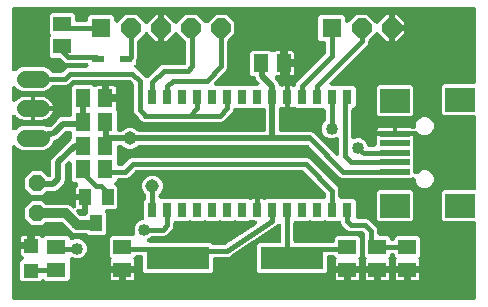
<source format=gbr>
G04 EAGLE Gerber RS-274X export*
G75*
%MOMM*%
%FSLAX34Y34*%
%LPD*%
%INTop Copper*%
%IPPOS*%
%AMOC8*
5,1,8,0,0,1.08239X$1,22.5*%
G01*
%ADD10R,0.762000X1.270000*%
%ADD11R,5.334000X1.930400*%
%ADD12R,1.500000X1.300000*%
%ADD13R,1.300000X1.500000*%
%ADD14R,1.200000X1.200000*%
%ADD15R,1.600000X1.300000*%
%ADD16C,1.422400*%
%ADD17R,1.300000X1.600000*%
%ADD18R,1.000000X1.400000*%
%ADD19R,1.625600X1.625600*%
%ADD20P,1.759533X8X112.500000*%
%ADD21R,2.500000X2.000000*%
%ADD22R,2.500000X0.500000*%
%ADD23R,1.050000X0.500000*%
%ADD24P,1.539592X8X292.500000*%
%ADD25C,0.406400*%
%ADD26C,1.016000*%
%ADD27C,0.508000*%
%ADD28C,1.143000*%
%ADD29C,0.812800*%

G36*
X595902Y168201D02*
X595902Y168201D01*
X595920Y168199D01*
X596102Y168220D01*
X596285Y168239D01*
X596302Y168244D01*
X596319Y168246D01*
X596494Y168303D01*
X596670Y168357D01*
X596685Y168365D01*
X596702Y168371D01*
X596862Y168461D01*
X597024Y168549D01*
X597037Y168560D01*
X597053Y168569D01*
X597192Y168689D01*
X597333Y168806D01*
X597344Y168820D01*
X597358Y168832D01*
X597470Y168977D01*
X597585Y169120D01*
X597593Y169136D01*
X597604Y169150D01*
X597686Y169315D01*
X597771Y169477D01*
X597776Y169494D01*
X597784Y169510D01*
X597831Y169689D01*
X597882Y169864D01*
X597884Y169882D01*
X597888Y169899D01*
X597915Y170230D01*
X597915Y232528D01*
X597913Y232546D01*
X597915Y232564D01*
X597894Y232746D01*
X597875Y232929D01*
X597870Y232946D01*
X597868Y232963D01*
X597811Y233138D01*
X597757Y233314D01*
X597749Y233329D01*
X597743Y233346D01*
X597653Y233506D01*
X597565Y233668D01*
X597554Y233681D01*
X597545Y233697D01*
X597425Y233836D01*
X597308Y233977D01*
X597294Y233988D01*
X597282Y234002D01*
X597137Y234114D01*
X596994Y234229D01*
X596978Y234237D01*
X596964Y234248D01*
X596799Y234330D01*
X596637Y234415D01*
X596620Y234420D01*
X596604Y234428D01*
X596425Y234475D01*
X596250Y234526D01*
X596232Y234528D01*
X596215Y234532D01*
X595884Y234559D01*
X570505Y234559D01*
X568719Y236345D01*
X568719Y258871D01*
X570505Y260657D01*
X595884Y260657D01*
X595902Y260659D01*
X595920Y260657D01*
X596102Y260678D01*
X596285Y260697D01*
X596302Y260702D01*
X596319Y260704D01*
X596494Y260761D01*
X596670Y260815D01*
X596685Y260823D01*
X596702Y260829D01*
X596862Y260919D01*
X597024Y261007D01*
X597037Y261018D01*
X597053Y261027D01*
X597192Y261147D01*
X597333Y261264D01*
X597344Y261278D01*
X597358Y261290D01*
X597470Y261435D01*
X597585Y261578D01*
X597593Y261594D01*
X597604Y261608D01*
X597686Y261773D01*
X597771Y261935D01*
X597776Y261952D01*
X597784Y261968D01*
X597831Y262147D01*
X597882Y262322D01*
X597884Y262340D01*
X597888Y262357D01*
X597915Y262688D01*
X597915Y322528D01*
X597913Y322546D01*
X597915Y322564D01*
X597894Y322746D01*
X597875Y322929D01*
X597870Y322946D01*
X597868Y322963D01*
X597811Y323138D01*
X597757Y323314D01*
X597749Y323329D01*
X597743Y323346D01*
X597653Y323506D01*
X597565Y323668D01*
X597554Y323681D01*
X597545Y323697D01*
X597425Y323836D01*
X597308Y323977D01*
X597294Y323988D01*
X597282Y324002D01*
X597137Y324114D01*
X596994Y324229D01*
X596978Y324237D01*
X596964Y324248D01*
X596799Y324330D01*
X596637Y324415D01*
X596620Y324420D01*
X596604Y324428D01*
X596425Y324475D01*
X596250Y324526D01*
X596232Y324528D01*
X596215Y324532D01*
X595884Y324559D01*
X570505Y324559D01*
X568719Y326345D01*
X568719Y348871D01*
X570505Y350657D01*
X595884Y350657D01*
X595902Y350659D01*
X595920Y350657D01*
X596102Y350678D01*
X596285Y350697D01*
X596302Y350702D01*
X596319Y350704D01*
X596494Y350761D01*
X596670Y350815D01*
X596685Y350823D01*
X596702Y350829D01*
X596862Y350919D01*
X597024Y351007D01*
X597037Y351018D01*
X597053Y351027D01*
X597192Y351147D01*
X597333Y351264D01*
X597344Y351278D01*
X597358Y351290D01*
X597470Y351435D01*
X597585Y351578D01*
X597593Y351594D01*
X597604Y351608D01*
X597686Y351773D01*
X597771Y351935D01*
X597776Y351952D01*
X597784Y351968D01*
X597831Y352147D01*
X597882Y352322D01*
X597884Y352340D01*
X597888Y352357D01*
X597915Y352688D01*
X597915Y413970D01*
X597913Y413988D01*
X597915Y414006D01*
X597894Y414188D01*
X597875Y414371D01*
X597870Y414388D01*
X597868Y414405D01*
X597811Y414580D01*
X597757Y414756D01*
X597749Y414771D01*
X597743Y414788D01*
X597653Y414947D01*
X597565Y415110D01*
X597554Y415123D01*
X597545Y415139D01*
X597425Y415278D01*
X597308Y415419D01*
X597294Y415430D01*
X597282Y415444D01*
X597137Y415556D01*
X596994Y415671D01*
X596978Y415679D01*
X596964Y415690D01*
X596799Y415772D01*
X596637Y415857D01*
X596620Y415862D01*
X596604Y415870D01*
X596425Y415917D01*
X596250Y415968D01*
X596232Y415970D01*
X596215Y415974D01*
X595884Y416001D01*
X206628Y416001D01*
X206610Y415999D01*
X206592Y416001D01*
X206410Y415980D01*
X206227Y415961D01*
X206210Y415956D01*
X206193Y415954D01*
X206018Y415897D01*
X205842Y415843D01*
X205827Y415835D01*
X205810Y415829D01*
X205650Y415739D01*
X205488Y415651D01*
X205475Y415640D01*
X205459Y415631D01*
X205320Y415511D01*
X205179Y415394D01*
X205168Y415380D01*
X205154Y415368D01*
X205042Y415223D01*
X204927Y415080D01*
X204919Y415064D01*
X204908Y415050D01*
X204826Y414885D01*
X204741Y414723D01*
X204736Y414706D01*
X204728Y414690D01*
X204681Y414511D01*
X204630Y414336D01*
X204628Y414318D01*
X204624Y414301D01*
X204597Y413970D01*
X204597Y363448D01*
X204598Y363439D01*
X204597Y363430D01*
X204618Y363238D01*
X204637Y363047D01*
X204639Y363039D01*
X204640Y363030D01*
X204698Y362848D01*
X204755Y362662D01*
X204759Y362655D01*
X204762Y362646D01*
X204855Y362478D01*
X204947Y362308D01*
X204952Y362302D01*
X204957Y362294D01*
X205082Y362146D01*
X205204Y361999D01*
X205211Y361994D01*
X205217Y361987D01*
X205369Y361867D01*
X205518Y361747D01*
X205526Y361743D01*
X205533Y361737D01*
X205705Y361650D01*
X205875Y361561D01*
X205884Y361559D01*
X205892Y361555D01*
X206078Y361503D01*
X206262Y361450D01*
X206271Y361449D01*
X206280Y361447D01*
X206472Y361433D01*
X206664Y361417D01*
X206672Y361418D01*
X206681Y361417D01*
X206874Y361442D01*
X207063Y361464D01*
X207072Y361467D01*
X207081Y361468D01*
X207264Y361529D01*
X207446Y361589D01*
X207454Y361593D01*
X207462Y361596D01*
X207628Y361691D01*
X207797Y361787D01*
X207804Y361793D01*
X207811Y361797D01*
X208064Y362012D01*
X209878Y363826D01*
X213613Y365373D01*
X231879Y365373D01*
X235614Y363826D01*
X238552Y360888D01*
X238572Y360871D01*
X238590Y360850D01*
X238728Y360743D01*
X238863Y360633D01*
X238887Y360620D01*
X238908Y360604D01*
X239065Y360526D01*
X239219Y360444D01*
X239244Y360436D01*
X239269Y360424D01*
X239438Y360379D01*
X239605Y360329D01*
X239631Y360327D01*
X239657Y360320D01*
X239988Y360293D01*
X246602Y360293D01*
X246629Y360295D01*
X246655Y360293D01*
X246829Y360315D01*
X247003Y360333D01*
X247028Y360340D01*
X247055Y360344D01*
X247221Y360399D01*
X247388Y360451D01*
X247411Y360464D01*
X247437Y360472D01*
X247588Y360559D01*
X247742Y360643D01*
X247762Y360660D01*
X247785Y360673D01*
X248038Y360888D01*
X251122Y363971D01*
X252989Y364745D01*
X267706Y364745D01*
X267839Y364758D01*
X267973Y364762D01*
X268039Y364778D01*
X268106Y364785D01*
X268235Y364824D01*
X268365Y364855D01*
X268427Y364883D01*
X268491Y364903D01*
X268609Y364967D01*
X268731Y365022D01*
X268786Y365062D01*
X268845Y365095D01*
X268948Y365180D01*
X269057Y365259D01*
X269103Y365309D01*
X269155Y365352D01*
X269239Y365457D01*
X269329Y365555D01*
X269365Y365613D01*
X269407Y365666D01*
X269469Y365785D01*
X269538Y365900D01*
X269561Y365963D01*
X269593Y366023D01*
X269629Y366152D01*
X269675Y366278D01*
X269685Y366345D01*
X269704Y366410D01*
X269715Y366544D01*
X269735Y366676D01*
X269731Y366744D01*
X269737Y366812D01*
X269721Y366945D01*
X269714Y367078D01*
X269698Y367144D01*
X269690Y367211D01*
X269648Y367339D01*
X269615Y367469D01*
X269586Y367530D01*
X269565Y367594D01*
X269499Y367711D01*
X269441Y367832D01*
X269400Y367886D01*
X269367Y367945D01*
X269280Y368046D01*
X269199Y368153D01*
X269148Y368198D01*
X269104Y368249D01*
X268998Y368332D01*
X268898Y368421D01*
X268831Y368461D01*
X268786Y368496D01*
X268716Y368531D01*
X268614Y368593D01*
X268518Y368630D01*
X268425Y368676D01*
X268330Y368701D01*
X268238Y368736D01*
X268136Y368753D01*
X268037Y368780D01*
X267918Y368790D01*
X267841Y368803D01*
X267784Y368801D01*
X267706Y368807D01*
X250957Y368807D01*
X249090Y369581D01*
X246138Y372532D01*
X246118Y372549D01*
X246100Y372570D01*
X245962Y372677D01*
X245827Y372787D01*
X245803Y372800D01*
X245782Y372816D01*
X245625Y372894D01*
X245471Y372976D01*
X245446Y372984D01*
X245422Y372996D01*
X245252Y373041D01*
X245085Y373091D01*
X245059Y373093D01*
X245033Y373100D01*
X244702Y373127D01*
X238887Y373127D01*
X237101Y374913D01*
X237101Y390439D01*
X237402Y390740D01*
X237413Y390754D01*
X237427Y390765D01*
X237541Y390909D01*
X237657Y391051D01*
X237666Y391067D01*
X237677Y391081D01*
X237760Y391245D01*
X237846Y391407D01*
X237851Y391424D01*
X237859Y391440D01*
X237908Y391617D01*
X237961Y391793D01*
X237962Y391811D01*
X237967Y391828D01*
X237980Y392011D01*
X237997Y392194D01*
X237995Y392212D01*
X237996Y392229D01*
X237973Y392411D01*
X237954Y392594D01*
X237948Y392611D01*
X237946Y392629D01*
X237888Y392802D01*
X237832Y392978D01*
X237823Y392994D01*
X237818Y393010D01*
X237726Y393170D01*
X237637Y393330D01*
X237626Y393344D01*
X237617Y393359D01*
X237402Y393612D01*
X237101Y393913D01*
X237101Y409439D01*
X238887Y411225D01*
X256413Y411225D01*
X258199Y409439D01*
X258199Y405384D01*
X258201Y405366D01*
X258199Y405348D01*
X258220Y405166D01*
X258239Y404983D01*
X258244Y404966D01*
X258246Y404949D01*
X258303Y404774D01*
X258357Y404598D01*
X258365Y404583D01*
X258371Y404566D01*
X258461Y404406D01*
X258549Y404244D01*
X258560Y404231D01*
X258569Y404215D01*
X258689Y404076D01*
X258806Y403935D01*
X258820Y403924D01*
X258832Y403910D01*
X258977Y403798D01*
X259120Y403683D01*
X259136Y403675D01*
X259150Y403664D01*
X259315Y403582D01*
X259477Y403497D01*
X259494Y403492D01*
X259510Y403484D01*
X259689Y403437D01*
X259864Y403386D01*
X259882Y403384D01*
X259899Y403380D01*
X260230Y403353D01*
X267208Y403353D01*
X267226Y403355D01*
X267244Y403353D01*
X267426Y403374D01*
X267609Y403393D01*
X267626Y403398D01*
X267643Y403400D01*
X267818Y403457D01*
X267994Y403511D01*
X268009Y403519D01*
X268026Y403525D01*
X268186Y403615D01*
X268348Y403703D01*
X268361Y403714D01*
X268377Y403723D01*
X268516Y403843D01*
X268657Y403960D01*
X268668Y403974D01*
X268682Y403986D01*
X268794Y404131D01*
X268909Y404274D01*
X268917Y404290D01*
X268928Y404304D01*
X269010Y404469D01*
X269095Y404631D01*
X269100Y404648D01*
X269108Y404664D01*
X269155Y404843D01*
X269206Y405018D01*
X269208Y405036D01*
X269212Y405053D01*
X269239Y405384D01*
X269239Y407663D01*
X271025Y409449D01*
X289807Y409449D01*
X291593Y407663D01*
X291593Y404759D01*
X291594Y404750D01*
X291593Y404741D01*
X291614Y404548D01*
X291633Y404358D01*
X291635Y404350D01*
X291636Y404341D01*
X291694Y404157D01*
X291751Y403973D01*
X291755Y403965D01*
X291758Y403957D01*
X291851Y403788D01*
X291943Y403619D01*
X291948Y403612D01*
X291953Y403605D01*
X292077Y403458D01*
X292200Y403310D01*
X292207Y403304D01*
X292213Y403298D01*
X292364Y403179D01*
X292514Y403058D01*
X292522Y403054D01*
X292529Y403048D01*
X292702Y402960D01*
X292871Y402872D01*
X292880Y402870D01*
X292888Y402866D01*
X293074Y402814D01*
X293258Y402761D01*
X293267Y402760D01*
X293276Y402758D01*
X293469Y402744D01*
X293660Y402728D01*
X293668Y402729D01*
X293677Y402728D01*
X293870Y402753D01*
X294059Y402775D01*
X294068Y402778D01*
X294077Y402779D01*
X294259Y402840D01*
X294442Y402900D01*
X294450Y402904D01*
X294458Y402907D01*
X294625Y403003D01*
X294793Y403098D01*
X294800Y403103D01*
X294807Y403108D01*
X295060Y403323D01*
X301186Y409449D01*
X310446Y409449D01*
X317439Y402455D01*
X317453Y402444D01*
X317464Y402430D01*
X317608Y402317D01*
X317750Y402200D01*
X317766Y402192D01*
X317780Y402181D01*
X317944Y402098D01*
X318106Y402012D01*
X318123Y402007D01*
X318139Y401998D01*
X318316Y401949D01*
X318492Y401897D01*
X318510Y401895D01*
X318527Y401890D01*
X318710Y401877D01*
X318893Y401860D01*
X318911Y401862D01*
X318929Y401861D01*
X319110Y401884D01*
X319293Y401904D01*
X319310Y401909D01*
X319328Y401912D01*
X319501Y401970D01*
X319677Y402025D01*
X319693Y402034D01*
X319710Y402040D01*
X319869Y402132D01*
X320029Y402220D01*
X320043Y402232D01*
X320059Y402241D01*
X320312Y402455D01*
X326797Y408941D01*
X328677Y408941D01*
X328677Y398780D01*
X328678Y398762D01*
X328677Y398745D01*
X328698Y398562D01*
X328717Y398380D01*
X328722Y398363D01*
X328724Y398345D01*
X328749Y398267D01*
X328710Y398130D01*
X328708Y398112D01*
X328704Y398095D01*
X328677Y397764D01*
X328677Y387603D01*
X326797Y387603D01*
X320312Y394089D01*
X320298Y394100D01*
X320286Y394114D01*
X320142Y394227D01*
X320000Y394344D01*
X319984Y394352D01*
X319970Y394363D01*
X319806Y394447D01*
X319644Y394532D01*
X319627Y394537D01*
X319611Y394546D01*
X319434Y394595D01*
X319258Y394647D01*
X319241Y394649D01*
X319223Y394654D01*
X319040Y394667D01*
X318857Y394684D01*
X318840Y394682D01*
X318822Y394683D01*
X318640Y394660D01*
X318457Y394640D01*
X318440Y394635D01*
X318422Y394632D01*
X318249Y394574D01*
X318073Y394519D01*
X318058Y394510D01*
X318041Y394504D01*
X317881Y394412D01*
X317721Y394324D01*
X317707Y394312D01*
X317692Y394303D01*
X317439Y394089D01*
X311492Y388141D01*
X311475Y388121D01*
X311454Y388103D01*
X311347Y387965D01*
X311237Y387830D01*
X311224Y387806D01*
X311208Y387785D01*
X311130Y387628D01*
X311048Y387474D01*
X311040Y387449D01*
X311028Y387425D01*
X310983Y387255D01*
X310933Y387088D01*
X310931Y387062D01*
X310924Y387036D01*
X310897Y386705D01*
X310897Y372877D01*
X310013Y370745D01*
X310004Y370715D01*
X309990Y370687D01*
X309946Y370522D01*
X309897Y370359D01*
X309894Y370328D01*
X309886Y370298D01*
X309859Y369967D01*
X309859Y368093D01*
X309050Y367285D01*
X309042Y367274D01*
X309031Y367265D01*
X308913Y367117D01*
X308795Y366973D01*
X308789Y366961D01*
X308780Y366951D01*
X308694Y366783D01*
X308606Y366617D01*
X308603Y366605D01*
X308596Y366592D01*
X308545Y366410D01*
X308492Y366231D01*
X308490Y366218D01*
X308487Y366205D01*
X308472Y366019D01*
X308455Y365830D01*
X308457Y365817D01*
X308456Y365804D01*
X308478Y365618D01*
X308499Y365430D01*
X308503Y365417D01*
X308504Y365404D01*
X308563Y365226D01*
X308620Y365046D01*
X308627Y365035D01*
X308631Y365022D01*
X308724Y364858D01*
X308815Y364694D01*
X308824Y364684D01*
X308830Y364672D01*
X308954Y364530D01*
X309075Y364387D01*
X309086Y364379D01*
X309095Y364369D01*
X309243Y364255D01*
X309391Y364137D01*
X309403Y364131D01*
X309414Y364123D01*
X309709Y363972D01*
X309710Y363971D01*
X317308Y356373D01*
X317310Y356370D01*
X317318Y356360D01*
X317325Y356348D01*
X317446Y356205D01*
X317566Y356060D01*
X317577Y356051D01*
X317585Y356041D01*
X317733Y355925D01*
X317879Y355806D01*
X317891Y355800D01*
X317901Y355791D01*
X318069Y355706D01*
X318235Y355619D01*
X318248Y355615D01*
X318260Y355609D01*
X318442Y355559D01*
X318622Y355506D01*
X318635Y355505D01*
X318648Y355501D01*
X318837Y355487D01*
X319023Y355471D01*
X319036Y355473D01*
X319050Y355472D01*
X319237Y355495D01*
X319423Y355516D01*
X319436Y355520D01*
X319449Y355522D01*
X319628Y355582D01*
X319806Y355639D01*
X319818Y355646D01*
X319831Y355650D01*
X319994Y355744D01*
X320158Y355836D01*
X320168Y355844D01*
X320180Y355851D01*
X320433Y356066D01*
X328655Y364288D01*
X330370Y366003D01*
X332237Y366777D01*
X350520Y366777D01*
X350538Y366779D01*
X350556Y366777D01*
X350738Y366798D01*
X350921Y366817D01*
X350938Y366822D01*
X350955Y366824D01*
X351130Y366881D01*
X351306Y366935D01*
X351321Y366943D01*
X351338Y366949D01*
X351498Y367039D01*
X351660Y367127D01*
X351673Y367138D01*
X351689Y367147D01*
X351828Y367267D01*
X351969Y367384D01*
X351980Y367398D01*
X351994Y367410D01*
X352106Y367555D01*
X352221Y367698D01*
X352229Y367714D01*
X352240Y367728D01*
X352322Y367893D01*
X352407Y368055D01*
X352412Y368072D01*
X352420Y368088D01*
X352467Y368267D01*
X352518Y368442D01*
X352520Y368460D01*
X352524Y368477D01*
X352551Y368808D01*
X352551Y385689D01*
X352549Y385716D01*
X352551Y385742D01*
X352529Y385916D01*
X352511Y386090D01*
X352504Y386115D01*
X352500Y386142D01*
X352444Y386308D01*
X352393Y386475D01*
X352380Y386498D01*
X352372Y386524D01*
X352285Y386675D01*
X352201Y386829D01*
X352184Y386849D01*
X352171Y386872D01*
X351956Y387125D01*
X344993Y394089D01*
X344979Y394100D01*
X344968Y394114D01*
X344824Y394227D01*
X344682Y394344D01*
X344666Y394352D01*
X344652Y394363D01*
X344487Y394447D01*
X344326Y394532D01*
X344309Y394537D01*
X344293Y394546D01*
X344115Y394595D01*
X343940Y394647D01*
X343922Y394649D01*
X343905Y394654D01*
X343722Y394667D01*
X343539Y394684D01*
X343521Y394682D01*
X343503Y394683D01*
X343322Y394660D01*
X343139Y394640D01*
X343122Y394635D01*
X343104Y394632D01*
X342930Y394574D01*
X342755Y394519D01*
X342739Y394510D01*
X342722Y394504D01*
X342563Y394412D01*
X342403Y394324D01*
X342389Y394312D01*
X342373Y394303D01*
X342120Y394089D01*
X335635Y387603D01*
X333755Y387603D01*
X333755Y397764D01*
X333753Y397782D01*
X333755Y397799D01*
X333734Y397982D01*
X333715Y398164D01*
X333710Y398181D01*
X333708Y398199D01*
X333683Y398277D01*
X333722Y398414D01*
X333724Y398432D01*
X333728Y398449D01*
X333755Y398780D01*
X333755Y408941D01*
X335635Y408941D01*
X342120Y402455D01*
X342134Y402444D01*
X342146Y402430D01*
X342290Y402317D01*
X342432Y402200D01*
X342448Y402192D01*
X342462Y402181D01*
X342626Y402098D01*
X342788Y402012D01*
X342805Y402007D01*
X342821Y401998D01*
X342998Y401949D01*
X343174Y401897D01*
X343191Y401895D01*
X343209Y401890D01*
X343392Y401877D01*
X343575Y401860D01*
X343592Y401862D01*
X343610Y401861D01*
X343792Y401884D01*
X343975Y401904D01*
X343992Y401909D01*
X344010Y401912D01*
X344183Y401970D01*
X344359Y402025D01*
X344374Y402034D01*
X344391Y402040D01*
X344551Y402132D01*
X344711Y402220D01*
X344724Y402232D01*
X344740Y402241D01*
X344993Y402455D01*
X351986Y409449D01*
X361246Y409449D01*
X367880Y402815D01*
X367893Y402803D01*
X367905Y402790D01*
X368049Y402676D01*
X368191Y402560D01*
X368207Y402551D01*
X368221Y402540D01*
X368385Y402457D01*
X368547Y402371D01*
X368564Y402366D01*
X368580Y402358D01*
X368757Y402308D01*
X368933Y402256D01*
X368951Y402254D01*
X368968Y402250D01*
X369151Y402236D01*
X369334Y402220D01*
X369352Y402222D01*
X369369Y402220D01*
X369551Y402243D01*
X369734Y402263D01*
X369751Y402269D01*
X369769Y402271D01*
X369942Y402329D01*
X370118Y402385D01*
X370134Y402393D01*
X370150Y402399D01*
X370310Y402491D01*
X370470Y402579D01*
X370484Y402591D01*
X370499Y402600D01*
X370752Y402815D01*
X377386Y409449D01*
X386646Y409449D01*
X393193Y402902D01*
X393193Y393642D01*
X387692Y388141D01*
X387675Y388121D01*
X387654Y388103D01*
X387547Y387965D01*
X387437Y387830D01*
X387424Y387806D01*
X387408Y387785D01*
X387330Y387628D01*
X387248Y387474D01*
X387240Y387449D01*
X387228Y387425D01*
X387183Y387255D01*
X387133Y387088D01*
X387131Y387062D01*
X387124Y387036D01*
X387097Y386705D01*
X387097Y364749D01*
X386323Y362882D01*
X384608Y361167D01*
X376208Y352766D01*
X376202Y352759D01*
X376195Y352754D01*
X376075Y352604D01*
X375952Y352455D01*
X375948Y352447D01*
X375943Y352440D01*
X375854Y352270D01*
X375764Y352099D01*
X375761Y352090D01*
X375757Y352083D01*
X375704Y351897D01*
X375649Y351713D01*
X375648Y351704D01*
X375646Y351696D01*
X375630Y351504D01*
X375613Y351312D01*
X375614Y351303D01*
X375613Y351294D01*
X375635Y351105D01*
X375656Y350912D01*
X375659Y350903D01*
X375660Y350895D01*
X375719Y350713D01*
X375778Y350528D01*
X375782Y350520D01*
X375785Y350512D01*
X375881Y350342D01*
X375972Y350176D01*
X375978Y350169D01*
X375983Y350161D01*
X376109Y350015D01*
X376233Y349869D01*
X376240Y349863D01*
X376246Y349856D01*
X376398Y349738D01*
X376549Y349619D01*
X376557Y349615D01*
X376564Y349610D01*
X376737Y349524D01*
X376908Y349437D01*
X376916Y349434D01*
X376924Y349430D01*
X377111Y349380D01*
X377296Y349329D01*
X377304Y349328D01*
X377313Y349326D01*
X377644Y349299D01*
X379758Y349299D01*
X379875Y349203D01*
X379891Y349194D01*
X379905Y349183D01*
X380069Y349100D01*
X380231Y349014D01*
X380248Y349009D01*
X380264Y349001D01*
X380441Y348952D01*
X380617Y348899D01*
X380635Y348898D01*
X380652Y348893D01*
X380835Y348880D01*
X381018Y348863D01*
X381036Y348865D01*
X381053Y348864D01*
X381235Y348887D01*
X381418Y348906D01*
X381435Y348912D01*
X381453Y348914D01*
X381626Y348972D01*
X381802Y349028D01*
X381818Y349037D01*
X381835Y349042D01*
X381994Y349134D01*
X382154Y349223D01*
X382168Y349234D01*
X382183Y349243D01*
X382249Y349299D01*
X392458Y349299D01*
X392575Y349203D01*
X392591Y349194D01*
X392605Y349183D01*
X392769Y349100D01*
X392931Y349014D01*
X392948Y349009D01*
X392964Y349001D01*
X393141Y348952D01*
X393317Y348899D01*
X393335Y348898D01*
X393352Y348893D01*
X393535Y348880D01*
X393718Y348863D01*
X393736Y348865D01*
X393753Y348864D01*
X393935Y348887D01*
X394118Y348906D01*
X394135Y348912D01*
X394153Y348914D01*
X394326Y348972D01*
X394502Y349028D01*
X394518Y349037D01*
X394535Y349042D01*
X394694Y349134D01*
X394854Y349223D01*
X394868Y349234D01*
X394883Y349243D01*
X394949Y349299D01*
X405158Y349299D01*
X405275Y349203D01*
X405291Y349194D01*
X405305Y349183D01*
X405469Y349100D01*
X405631Y349014D01*
X405648Y349009D01*
X405664Y349001D01*
X405841Y348952D01*
X406017Y348899D01*
X406035Y348898D01*
X406052Y348893D01*
X406235Y348880D01*
X406418Y348863D01*
X406436Y348865D01*
X406453Y348864D01*
X406635Y348887D01*
X406818Y348906D01*
X406835Y348912D01*
X406853Y348914D01*
X407026Y348972D01*
X407202Y349028D01*
X407218Y349037D01*
X407235Y349042D01*
X407394Y349134D01*
X407554Y349223D01*
X407568Y349234D01*
X407583Y349243D01*
X407649Y349299D01*
X412594Y349299D01*
X412603Y349300D01*
X412612Y349299D01*
X412804Y349320D01*
X412994Y349339D01*
X413003Y349341D01*
X413012Y349342D01*
X413195Y349400D01*
X413379Y349457D01*
X413387Y349461D01*
X413396Y349464D01*
X413562Y349556D01*
X413733Y349649D01*
X413740Y349654D01*
X413748Y349659D01*
X413895Y349783D01*
X414043Y349906D01*
X414048Y349913D01*
X414055Y349919D01*
X414175Y350071D01*
X414295Y350220D01*
X414299Y350228D01*
X414305Y350235D01*
X414392Y350408D01*
X414480Y350577D01*
X414483Y350586D01*
X414487Y350594D01*
X414539Y350779D01*
X414592Y350964D01*
X414593Y350973D01*
X414595Y350982D01*
X414609Y351174D01*
X414625Y351366D01*
X414624Y351374D01*
X414624Y351383D01*
X414600Y351575D01*
X414578Y351765D01*
X414575Y351774D01*
X414574Y351783D01*
X414513Y351965D01*
X414453Y352148D01*
X414449Y352156D01*
X414446Y352164D01*
X414349Y352332D01*
X414255Y352499D01*
X414249Y352506D01*
X414245Y352513D01*
X414030Y352766D01*
X413253Y353544D01*
X413193Y353592D01*
X413111Y353673D01*
X412523Y354158D01*
X412472Y354236D01*
X412403Y354355D01*
X412355Y354411D01*
X412325Y354457D01*
X412269Y354514D01*
X412215Y354576D01*
X411925Y355279D01*
X411888Y355346D01*
X411843Y355452D01*
X411473Y356150D01*
X411472Y356155D01*
X411448Y356230D01*
X411433Y356307D01*
X411386Y356421D01*
X411347Y356538D01*
X411309Y356606D01*
X411279Y356679D01*
X411210Y356781D01*
X411150Y356889D01*
X411099Y356948D01*
X411055Y357013D01*
X410967Y357100D01*
X410886Y357194D01*
X410825Y357241D01*
X410769Y357297D01*
X410666Y357365D01*
X410568Y357440D01*
X410498Y357475D01*
X410433Y357518D01*
X410318Y357565D01*
X410208Y357620D01*
X410132Y357640D01*
X410060Y357669D01*
X409938Y357692D01*
X409819Y357724D01*
X409728Y357732D01*
X409664Y357744D01*
X409592Y357743D01*
X409488Y357751D01*
X408187Y357751D01*
X406401Y359537D01*
X406401Y377063D01*
X408187Y378849D01*
X423713Y378849D01*
X424417Y378144D01*
X424537Y378046D01*
X424653Y377942D01*
X424693Y377918D01*
X424729Y377889D01*
X424866Y377816D01*
X425000Y377737D01*
X425044Y377722D01*
X425085Y377700D01*
X425233Y377656D01*
X425380Y377605D01*
X425426Y377599D01*
X425471Y377586D01*
X425625Y377572D01*
X425779Y377550D01*
X425825Y377553D01*
X425872Y377549D01*
X426026Y377566D01*
X426180Y377576D01*
X426225Y377588D01*
X426272Y377593D01*
X426420Y377639D01*
X426569Y377679D01*
X426617Y377702D01*
X426656Y377714D01*
X426732Y377756D01*
X426869Y377821D01*
X427469Y378168D01*
X428115Y378341D01*
X431701Y378341D01*
X431701Y369518D01*
X431702Y369500D01*
X431701Y369483D01*
X431722Y369300D01*
X431741Y369118D01*
X431746Y369101D01*
X431748Y369083D01*
X431805Y368908D01*
X431859Y368733D01*
X431867Y368717D01*
X431873Y368700D01*
X431963Y368540D01*
X432050Y368379D01*
X432062Y368365D01*
X432071Y368349D01*
X432116Y368297D01*
X432031Y368192D01*
X432023Y368176D01*
X432012Y368162D01*
X431930Y367997D01*
X431845Y367834D01*
X431840Y367817D01*
X431832Y367801D01*
X431784Y367623D01*
X431734Y367448D01*
X431732Y367430D01*
X431728Y367413D01*
X431701Y367082D01*
X431701Y358259D01*
X429248Y358259D01*
X429239Y358258D01*
X429230Y358259D01*
X429040Y358239D01*
X428848Y358219D01*
X428839Y358217D01*
X428830Y358216D01*
X428647Y358158D01*
X428463Y358101D01*
X428455Y358097D01*
X428446Y358094D01*
X428278Y358001D01*
X428109Y357909D01*
X428102Y357904D01*
X428094Y357899D01*
X427947Y357774D01*
X427799Y357652D01*
X427794Y357645D01*
X427787Y357639D01*
X427667Y357488D01*
X427547Y357338D01*
X427543Y357330D01*
X427537Y357323D01*
X427450Y357150D01*
X427362Y356981D01*
X427359Y356972D01*
X427355Y356964D01*
X427303Y356778D01*
X427250Y356594D01*
X427249Y356585D01*
X427247Y356576D01*
X427233Y356384D01*
X427217Y356192D01*
X427218Y356184D01*
X427218Y356175D01*
X427242Y355983D01*
X427264Y355793D01*
X427267Y355784D01*
X427268Y355775D01*
X427329Y355593D01*
X427389Y355410D01*
X427393Y355402D01*
X427396Y355394D01*
X427493Y355226D01*
X427587Y355059D01*
X427593Y355052D01*
X427597Y355045D01*
X427812Y354792D01*
X428330Y354274D01*
X430188Y352416D01*
X431076Y350273D01*
X431079Y350242D01*
X431103Y350164D01*
X431117Y350083D01*
X431162Y349972D01*
X431197Y349857D01*
X431236Y349785D01*
X431266Y349709D01*
X431332Y349609D01*
X431389Y349503D01*
X431441Y349440D01*
X431486Y349371D01*
X431570Y349286D01*
X431646Y349194D01*
X431710Y349143D01*
X431768Y349084D01*
X431867Y349017D01*
X431960Y348942D01*
X432033Y348904D01*
X432101Y348858D01*
X432211Y348811D01*
X432317Y348756D01*
X432396Y348734D01*
X432472Y348702D01*
X432589Y348678D01*
X432704Y348645D01*
X432786Y348638D01*
X432867Y348622D01*
X432986Y348622D01*
X433106Y348612D01*
X433187Y348622D01*
X433269Y348622D01*
X433419Y348649D01*
X433505Y348659D01*
X433544Y348671D01*
X433596Y348681D01*
X434006Y348791D01*
X436119Y348791D01*
X436119Y339900D01*
X436119Y331009D01*
X434006Y331009D01*
X433596Y331119D01*
X433515Y331132D01*
X433436Y331155D01*
X433316Y331165D01*
X433198Y331184D01*
X433116Y331181D01*
X433034Y331188D01*
X432916Y331174D01*
X432796Y331170D01*
X432716Y331151D01*
X432635Y331141D01*
X432521Y331104D01*
X432404Y331076D01*
X432330Y331042D01*
X432252Y331016D01*
X432148Y330957D01*
X432039Y330907D01*
X431973Y330859D01*
X431901Y330818D01*
X431811Y330740D01*
X431714Y330670D01*
X431659Y330609D01*
X431596Y330555D01*
X431523Y330461D01*
X431442Y330372D01*
X431400Y330302D01*
X431350Y330237D01*
X431296Y330130D01*
X431235Y330027D01*
X431207Y329950D01*
X431170Y329877D01*
X431139Y329761D01*
X431099Y329648D01*
X431087Y329567D01*
X431066Y329488D01*
X431053Y329336D01*
X431041Y329250D01*
X431043Y329209D01*
X431039Y329157D01*
X431039Y312420D01*
X431041Y312402D01*
X431039Y312384D01*
X431060Y312202D01*
X431079Y312019D01*
X431084Y312002D01*
X431086Y311985D01*
X431143Y311810D01*
X431197Y311634D01*
X431205Y311619D01*
X431211Y311602D01*
X431301Y311442D01*
X431389Y311280D01*
X431400Y311267D01*
X431409Y311251D01*
X431529Y311112D01*
X431646Y310971D01*
X431660Y310960D01*
X431672Y310946D01*
X431817Y310834D01*
X431960Y310719D01*
X431976Y310711D01*
X431990Y310700D01*
X432155Y310618D01*
X432317Y310533D01*
X432334Y310528D01*
X432350Y310520D01*
X432529Y310473D01*
X432704Y310422D01*
X432722Y310420D01*
X432739Y310416D01*
X433070Y310389D01*
X458312Y310389D01*
X460366Y309538D01*
X461938Y307966D01*
X462291Y307113D01*
X462306Y307085D01*
X462316Y307056D01*
X462401Y306908D01*
X462481Y306758D01*
X462501Y306734D01*
X462517Y306707D01*
X462732Y306454D01*
X478624Y290562D01*
X478631Y290556D01*
X478636Y290549D01*
X478786Y290429D01*
X478935Y290306D01*
X478943Y290302D01*
X478950Y290297D01*
X479120Y290208D01*
X479291Y290118D01*
X479300Y290115D01*
X479307Y290111D01*
X479492Y290058D01*
X479677Y290003D01*
X479686Y290002D01*
X479694Y290000D01*
X479886Y289984D01*
X480078Y289967D01*
X480087Y289968D01*
X480096Y289967D01*
X480285Y289989D01*
X480478Y290010D01*
X480487Y290013D01*
X480495Y290014D01*
X480677Y290073D01*
X480862Y290132D01*
X480870Y290136D01*
X480878Y290139D01*
X481047Y290234D01*
X481214Y290326D01*
X481221Y290332D01*
X481229Y290337D01*
X481375Y290463D01*
X481521Y290587D01*
X481527Y290594D01*
X481534Y290600D01*
X481651Y290751D01*
X481771Y290903D01*
X481775Y290911D01*
X481780Y290918D01*
X481866Y291090D01*
X481953Y291262D01*
X481956Y291270D01*
X481960Y291278D01*
X482010Y291465D01*
X482061Y291650D01*
X482062Y291658D01*
X482064Y291667D01*
X482091Y291998D01*
X482091Y303825D01*
X482090Y303838D01*
X482091Y303851D01*
X482070Y304038D01*
X482051Y304225D01*
X482047Y304238D01*
X482046Y304251D01*
X481988Y304431D01*
X481933Y304610D01*
X481927Y304622D01*
X481923Y304635D01*
X481831Y304799D01*
X481741Y304964D01*
X481733Y304975D01*
X481726Y304986D01*
X481604Y305130D01*
X481484Y305274D01*
X481473Y305282D01*
X481465Y305292D01*
X481316Y305408D01*
X481170Y305526D01*
X481158Y305532D01*
X481148Y305540D01*
X480979Y305625D01*
X480813Y305711D01*
X480800Y305715D01*
X480788Y305721D01*
X480606Y305771D01*
X480426Y305823D01*
X480412Y305824D01*
X480399Y305827D01*
X480211Y305840D01*
X480024Y305856D01*
X480011Y305854D01*
X479998Y305855D01*
X479810Y305831D01*
X479625Y305809D01*
X479612Y305805D01*
X479599Y305803D01*
X479283Y305701D01*
X477105Y304799D01*
X473871Y304799D01*
X470883Y306037D01*
X468597Y308323D01*
X467359Y311311D01*
X467359Y314545D01*
X468597Y317533D01*
X469812Y318748D01*
X469829Y318769D01*
X469850Y318786D01*
X469957Y318924D01*
X470067Y319060D01*
X470080Y319083D01*
X470096Y319104D01*
X470174Y319261D01*
X470256Y319415D01*
X470264Y319441D01*
X470276Y319465D01*
X470321Y319634D01*
X470371Y319801D01*
X470373Y319828D01*
X470380Y319854D01*
X470407Y320184D01*
X470407Y328470D01*
X470405Y328488D01*
X470407Y328506D01*
X470386Y328688D01*
X470367Y328871D01*
X470362Y328888D01*
X470360Y328905D01*
X470303Y329080D01*
X470249Y329256D01*
X470241Y329271D01*
X470235Y329288D01*
X470145Y329448D01*
X470057Y329610D01*
X470046Y329623D01*
X470037Y329639D01*
X469917Y329778D01*
X469800Y329919D01*
X469786Y329930D01*
X469774Y329944D01*
X469629Y330056D01*
X469486Y330171D01*
X469470Y330179D01*
X469456Y330190D01*
X469291Y330272D01*
X469129Y330357D01*
X469112Y330362D01*
X469096Y330370D01*
X468917Y330417D01*
X468742Y330468D01*
X468724Y330470D01*
X468707Y330474D01*
X468376Y330501D01*
X458442Y330501D01*
X458325Y330597D01*
X458309Y330606D01*
X458295Y330617D01*
X458131Y330700D01*
X457969Y330786D01*
X457952Y330791D01*
X457936Y330799D01*
X457759Y330848D01*
X457583Y330901D01*
X457565Y330902D01*
X457548Y330907D01*
X457365Y330920D01*
X457182Y330937D01*
X457164Y330935D01*
X457147Y330936D01*
X456965Y330913D01*
X456782Y330894D01*
X456765Y330888D01*
X456747Y330886D01*
X456574Y330828D01*
X456398Y330772D01*
X456382Y330763D01*
X456365Y330758D01*
X456206Y330666D01*
X456046Y330577D01*
X456032Y330566D01*
X456017Y330557D01*
X455951Y330501D01*
X445777Y330501D01*
X445409Y330869D01*
X445289Y330967D01*
X445174Y331071D01*
X445134Y331095D01*
X445098Y331124D01*
X444961Y331197D01*
X444827Y331276D01*
X444783Y331291D01*
X444742Y331313D01*
X444593Y331357D01*
X444447Y331408D01*
X444401Y331414D01*
X444356Y331428D01*
X444202Y331442D01*
X444048Y331463D01*
X444002Y331460D01*
X443955Y331464D01*
X443801Y331447D01*
X443646Y331438D01*
X443601Y331426D01*
X443555Y331421D01*
X443407Y331374D01*
X443257Y331334D01*
X443210Y331311D01*
X443171Y331299D01*
X443095Y331257D01*
X442957Y331192D01*
X442941Y331182D01*
X442295Y331009D01*
X440181Y331009D01*
X440181Y339900D01*
X440181Y348791D01*
X442295Y348791D01*
X443199Y348548D01*
X443249Y348540D01*
X443372Y348505D01*
X443427Y348500D01*
X443479Y348488D01*
X443586Y348485D01*
X443596Y348483D01*
X443619Y348484D01*
X443627Y348484D01*
X443774Y348472D01*
X443827Y348478D01*
X443882Y348477D01*
X444027Y348502D01*
X444173Y348519D01*
X444225Y348536D01*
X444279Y348545D01*
X444416Y348598D01*
X444556Y348644D01*
X444604Y348670D01*
X444654Y348690D01*
X444779Y348769D01*
X444907Y348841D01*
X444948Y348877D01*
X444994Y348906D01*
X445100Y349009D01*
X445212Y349105D01*
X445245Y349147D01*
X445284Y349185D01*
X445368Y349307D01*
X445458Y349423D01*
X445482Y349471D01*
X445514Y349516D01*
X445572Y349651D01*
X445638Y349783D01*
X445652Y349836D01*
X445673Y349886D01*
X445704Y350029D01*
X445742Y350172D01*
X445745Y350201D01*
X446543Y352128D01*
X470574Y376160D01*
X470591Y376180D01*
X470612Y376198D01*
X470719Y376336D01*
X470829Y376471D01*
X470842Y376495D01*
X470858Y376516D01*
X470936Y376673D01*
X471018Y376827D01*
X471026Y376852D01*
X471038Y376876D01*
X471083Y377046D01*
X471133Y377213D01*
X471135Y377239D01*
X471142Y377265D01*
X471169Y377596D01*
X471169Y385064D01*
X471167Y385082D01*
X471169Y385100D01*
X471148Y385282D01*
X471129Y385465D01*
X471124Y385482D01*
X471122Y385499D01*
X471065Y385674D01*
X471011Y385850D01*
X471003Y385865D01*
X470997Y385882D01*
X470907Y386042D01*
X470819Y386204D01*
X470808Y386217D01*
X470799Y386233D01*
X470679Y386372D01*
X470562Y386513D01*
X470548Y386524D01*
X470536Y386538D01*
X470391Y386650D01*
X470248Y386765D01*
X470232Y386773D01*
X470218Y386784D01*
X470053Y386866D01*
X469891Y386951D01*
X469874Y386956D01*
X469858Y386964D01*
X469679Y387011D01*
X469504Y387062D01*
X469486Y387064D01*
X469469Y387068D01*
X469138Y387095D01*
X466097Y387095D01*
X464311Y388881D01*
X464311Y407663D01*
X466097Y409449D01*
X484879Y409449D01*
X486665Y407663D01*
X486665Y404759D01*
X486666Y404750D01*
X486665Y404741D01*
X486686Y404548D01*
X486705Y404358D01*
X486707Y404350D01*
X486708Y404341D01*
X486766Y404157D01*
X486823Y403973D01*
X486827Y403965D01*
X486830Y403957D01*
X486923Y403788D01*
X487015Y403619D01*
X487020Y403612D01*
X487025Y403605D01*
X487149Y403458D01*
X487272Y403310D01*
X487279Y403304D01*
X487285Y403298D01*
X487436Y403179D01*
X487586Y403058D01*
X487594Y403054D01*
X487601Y403048D01*
X487774Y402960D01*
X487943Y402872D01*
X487952Y402870D01*
X487960Y402866D01*
X488146Y402814D01*
X488330Y402761D01*
X488339Y402760D01*
X488348Y402758D01*
X488541Y402744D01*
X488732Y402728D01*
X488740Y402729D01*
X488749Y402728D01*
X488942Y402753D01*
X489131Y402775D01*
X489140Y402778D01*
X489149Y402779D01*
X489331Y402840D01*
X489514Y402900D01*
X489522Y402904D01*
X489530Y402907D01*
X489697Y403003D01*
X489865Y403098D01*
X489872Y403103D01*
X489879Y403108D01*
X490132Y403323D01*
X496258Y409449D01*
X505518Y409449D01*
X512511Y402455D01*
X512525Y402444D01*
X512536Y402430D01*
X512680Y402317D01*
X512822Y402200D01*
X512838Y402192D01*
X512852Y402181D01*
X513016Y402098D01*
X513178Y402012D01*
X513195Y402007D01*
X513211Y401998D01*
X513388Y401949D01*
X513564Y401897D01*
X513582Y401895D01*
X513599Y401890D01*
X513782Y401877D01*
X513965Y401860D01*
X513983Y401862D01*
X514001Y401861D01*
X514182Y401884D01*
X514365Y401904D01*
X514382Y401909D01*
X514400Y401912D01*
X514573Y401970D01*
X514749Y402025D01*
X514765Y402034D01*
X514782Y402040D01*
X514941Y402132D01*
X515101Y402220D01*
X515115Y402232D01*
X515131Y402241D01*
X515384Y402455D01*
X521869Y408941D01*
X523749Y408941D01*
X523749Y398780D01*
X523750Y398762D01*
X523749Y398745D01*
X523770Y398562D01*
X523789Y398380D01*
X523794Y398363D01*
X523796Y398345D01*
X523821Y398267D01*
X523782Y398130D01*
X523780Y398112D01*
X523776Y398095D01*
X523749Y397764D01*
X523749Y387603D01*
X521869Y387603D01*
X515384Y394089D01*
X515370Y394100D01*
X515358Y394114D01*
X515214Y394227D01*
X515072Y394344D01*
X515056Y394352D01*
X515042Y394363D01*
X514878Y394447D01*
X514716Y394532D01*
X514699Y394537D01*
X514683Y394546D01*
X514506Y394595D01*
X514330Y394647D01*
X514313Y394649D01*
X514295Y394654D01*
X514112Y394667D01*
X513929Y394684D01*
X513912Y394682D01*
X513894Y394683D01*
X513712Y394660D01*
X513529Y394640D01*
X513512Y394635D01*
X513494Y394632D01*
X513321Y394574D01*
X513145Y394519D01*
X513130Y394510D01*
X513113Y394504D01*
X512953Y394412D01*
X512793Y394324D01*
X512779Y394312D01*
X512764Y394303D01*
X512511Y394089D01*
X507326Y388903D01*
X507309Y388883D01*
X507288Y388865D01*
X507181Y388727D01*
X507071Y388592D01*
X507058Y388568D01*
X507042Y388547D01*
X506964Y388390D01*
X506882Y388236D01*
X506874Y388211D01*
X506862Y388187D01*
X506817Y388017D01*
X506767Y387850D01*
X506765Y387824D01*
X506758Y387798D01*
X506731Y387467D01*
X506731Y386339D01*
X505957Y384472D01*
X504242Y382757D01*
X474252Y352766D01*
X474246Y352759D01*
X474239Y352754D01*
X474119Y352604D01*
X473996Y352455D01*
X473992Y352447D01*
X473987Y352440D01*
X473898Y352268D01*
X473808Y352099D01*
X473805Y352091D01*
X473801Y352083D01*
X473748Y351897D01*
X473693Y351713D01*
X473692Y351704D01*
X473690Y351696D01*
X473674Y351504D01*
X473657Y351312D01*
X473658Y351303D01*
X473657Y351294D01*
X473679Y351105D01*
X473700Y350912D01*
X473703Y350903D01*
X473704Y350895D01*
X473763Y350713D01*
X473822Y350528D01*
X473826Y350520D01*
X473829Y350512D01*
X473925Y350342D01*
X474016Y350176D01*
X474022Y350169D01*
X474027Y350161D01*
X474153Y350015D01*
X474277Y349869D01*
X474284Y349863D01*
X474290Y349856D01*
X474442Y349738D01*
X474593Y349619D01*
X474601Y349615D01*
X474608Y349610D01*
X474781Y349524D01*
X474952Y349437D01*
X474960Y349434D01*
X474968Y349430D01*
X475155Y349380D01*
X475340Y349329D01*
X475348Y349328D01*
X475357Y349326D01*
X475688Y349299D01*
X481358Y349299D01*
X481475Y349203D01*
X481491Y349194D01*
X481505Y349183D01*
X481668Y349100D01*
X481831Y349014D01*
X481848Y349009D01*
X481864Y349001D01*
X482041Y348952D01*
X482217Y348899D01*
X482234Y348898D01*
X482252Y348893D01*
X482435Y348880D01*
X482618Y348863D01*
X482635Y348865D01*
X482653Y348864D01*
X482836Y348887D01*
X483018Y348906D01*
X483035Y348912D01*
X483053Y348914D01*
X483227Y348973D01*
X483402Y349028D01*
X483417Y349037D01*
X483434Y349042D01*
X483594Y349134D01*
X483754Y349223D01*
X483768Y349234D01*
X483783Y349243D01*
X483849Y349299D01*
X494023Y349299D01*
X495809Y347513D01*
X495809Y332287D01*
X493994Y330472D01*
X493883Y330461D01*
X493866Y330456D01*
X493849Y330454D01*
X493674Y330397D01*
X493498Y330343D01*
X493483Y330335D01*
X493466Y330329D01*
X493306Y330239D01*
X493144Y330151D01*
X493131Y330140D01*
X493115Y330131D01*
X492976Y330011D01*
X492835Y329894D01*
X492824Y329880D01*
X492810Y329868D01*
X492698Y329723D01*
X492583Y329580D01*
X492575Y329564D01*
X492564Y329550D01*
X492482Y329385D01*
X492397Y329223D01*
X492392Y329206D01*
X492384Y329190D01*
X492337Y329011D01*
X492286Y328836D01*
X492284Y328818D01*
X492280Y328801D01*
X492253Y328470D01*
X492253Y306196D01*
X492254Y306183D01*
X492253Y306169D01*
X492274Y305983D01*
X492293Y305796D01*
X492297Y305783D01*
X492298Y305769D01*
X492356Y305591D01*
X492411Y305411D01*
X492417Y305399D01*
X492421Y305386D01*
X492513Y305222D01*
X492603Y305057D01*
X492611Y305046D01*
X492618Y305035D01*
X492740Y304891D01*
X492860Y304747D01*
X492871Y304739D01*
X492879Y304729D01*
X493028Y304613D01*
X493174Y304495D01*
X493186Y304489D01*
X493196Y304481D01*
X493365Y304396D01*
X493531Y304309D01*
X493544Y304306D01*
X493556Y304300D01*
X493738Y304250D01*
X493918Y304198D01*
X493932Y304197D01*
X493945Y304193D01*
X494133Y304181D01*
X494320Y304165D01*
X494333Y304167D01*
X494346Y304166D01*
X494534Y304190D01*
X494719Y304212D01*
X494732Y304216D01*
X494745Y304218D01*
X495061Y304320D01*
X495378Y304450D01*
X495378Y304451D01*
X496223Y304801D01*
X499457Y304801D01*
X502445Y303563D01*
X504731Y301277D01*
X505698Y298943D01*
X505708Y298923D01*
X505715Y298902D01*
X505804Y298746D01*
X505888Y298588D01*
X505902Y298571D01*
X505913Y298551D01*
X506030Y298416D01*
X506145Y298277D01*
X506162Y298263D01*
X506176Y298246D01*
X506318Y298137D01*
X506457Y298024D01*
X506477Y298013D01*
X506495Y298000D01*
X506655Y297920D01*
X506814Y297837D01*
X506835Y297830D01*
X506855Y297820D01*
X507029Y297774D01*
X507200Y297724D01*
X507222Y297722D01*
X507244Y297716D01*
X507575Y297689D01*
X511688Y297689D01*
X511706Y297691D01*
X511724Y297689D01*
X511906Y297710D01*
X512089Y297729D01*
X512106Y297734D01*
X512123Y297736D01*
X512298Y297793D01*
X512474Y297847D01*
X512489Y297855D01*
X512506Y297861D01*
X512666Y297951D01*
X512828Y298039D01*
X512841Y298050D01*
X512857Y298059D01*
X512996Y298179D01*
X513137Y298296D01*
X513148Y298310D01*
X513162Y298322D01*
X513274Y298467D01*
X513389Y298610D01*
X513397Y298626D01*
X513408Y298640D01*
X513490Y298805D01*
X513575Y298967D01*
X513580Y298984D01*
X513588Y299000D01*
X513635Y299178D01*
X513686Y299354D01*
X513688Y299372D01*
X513692Y299389D01*
X513719Y299720D01*
X513719Y304386D01*
X513777Y304460D01*
X513887Y304595D01*
X513900Y304619D01*
X513916Y304640D01*
X513994Y304797D01*
X514076Y304951D01*
X514084Y304977D01*
X514096Y305001D01*
X514141Y305170D01*
X514191Y305337D01*
X514193Y305364D01*
X514200Y305389D01*
X514227Y305720D01*
X514227Y306577D01*
X529268Y306577D01*
X544309Y306577D01*
X544309Y305720D01*
X544311Y305694D01*
X544309Y305667D01*
X544331Y305492D01*
X544349Y305320D01*
X544356Y305294D01*
X544360Y305267D01*
X544416Y305101D01*
X544467Y304935D01*
X544480Y304911D01*
X544488Y304886D01*
X544575Y304734D01*
X544659Y304581D01*
X544676Y304560D01*
X544689Y304537D01*
X544817Y304386D01*
X544817Y276236D01*
X544818Y276227D01*
X544817Y276218D01*
X544838Y276027D01*
X544857Y275835D01*
X544859Y275827D01*
X544860Y275818D01*
X544918Y275636D01*
X544975Y275451D01*
X544979Y275443D01*
X544982Y275434D01*
X545075Y275266D01*
X545167Y275097D01*
X545172Y275090D01*
X545177Y275082D01*
X545302Y274934D01*
X545424Y274787D01*
X545431Y274782D01*
X545437Y274775D01*
X545589Y274655D01*
X545738Y274535D01*
X545746Y274531D01*
X545753Y274525D01*
X545925Y274438D01*
X546095Y274349D01*
X546104Y274347D01*
X546112Y274343D01*
X546298Y274291D01*
X546482Y274238D01*
X546491Y274237D01*
X546500Y274235D01*
X546692Y274221D01*
X546884Y274205D01*
X546892Y274206D01*
X546901Y274206D01*
X547094Y274230D01*
X547283Y274252D01*
X547292Y274255D01*
X547301Y274256D01*
X547484Y274317D01*
X547666Y274377D01*
X547674Y274381D01*
X547682Y274384D01*
X547848Y274480D01*
X548017Y274575D01*
X548024Y274581D01*
X548031Y274585D01*
X548284Y274800D01*
X549992Y276508D01*
X552766Y277657D01*
X555770Y277657D01*
X558544Y276508D01*
X560668Y274384D01*
X561817Y271610D01*
X561817Y268606D01*
X560668Y265832D01*
X558544Y263708D01*
X555770Y262559D01*
X552766Y262559D01*
X549992Y263708D01*
X547868Y265832D01*
X546719Y268606D01*
X546719Y269844D01*
X546718Y269853D01*
X546719Y269862D01*
X546698Y270054D01*
X546679Y270244D01*
X546677Y270253D01*
X546676Y270262D01*
X546618Y270445D01*
X546561Y270629D01*
X546557Y270637D01*
X546554Y270646D01*
X546461Y270815D01*
X546369Y270983D01*
X546364Y270990D01*
X546359Y270998D01*
X546234Y271146D01*
X546112Y271293D01*
X546105Y271298D01*
X546099Y271305D01*
X545947Y271425D01*
X545798Y271545D01*
X545790Y271549D01*
X545783Y271555D01*
X545610Y271642D01*
X545441Y271731D01*
X545432Y271733D01*
X545424Y271737D01*
X545239Y271789D01*
X545054Y271842D01*
X545045Y271843D01*
X545036Y271845D01*
X544844Y271859D01*
X544652Y271875D01*
X544644Y271874D01*
X544635Y271874D01*
X544443Y271850D01*
X544253Y271828D01*
X544244Y271825D01*
X544235Y271824D01*
X544053Y271763D01*
X543870Y271703D01*
X543862Y271699D01*
X543854Y271696D01*
X543686Y271600D01*
X543519Y271505D01*
X543512Y271499D01*
X543505Y271495D01*
X543252Y271280D01*
X543031Y271059D01*
X515478Y271059D01*
X515456Y271077D01*
X515321Y271187D01*
X515297Y271200D01*
X515276Y271216D01*
X515119Y271294D01*
X514965Y271376D01*
X514939Y271384D01*
X514915Y271396D01*
X514746Y271441D01*
X514579Y271491D01*
X514552Y271493D01*
X514527Y271500D01*
X514196Y271527D01*
X484381Y271527D01*
X482514Y272301D01*
X456198Y298616D01*
X456178Y298633D01*
X456160Y298654D01*
X456022Y298761D01*
X455887Y298871D01*
X455863Y298884D01*
X455842Y298900D01*
X455685Y298978D01*
X455531Y299060D01*
X455506Y299068D01*
X455482Y299080D01*
X455312Y299125D01*
X455145Y299175D01*
X455119Y299177D01*
X455093Y299184D01*
X454762Y299211D01*
X312446Y299211D01*
X312420Y299209D01*
X312393Y299211D01*
X312219Y299189D01*
X312046Y299171D01*
X312020Y299164D01*
X311994Y299160D01*
X311828Y299105D01*
X311661Y299053D01*
X311637Y299040D01*
X311612Y299032D01*
X311460Y298945D01*
X311307Y298861D01*
X311286Y298844D01*
X311263Y298831D01*
X311010Y298616D01*
X309764Y297370D01*
X306543Y296036D01*
X303057Y296036D01*
X299836Y297370D01*
X298590Y298616D01*
X298569Y298633D01*
X298552Y298654D01*
X298414Y298761D01*
X298278Y298871D01*
X298255Y298884D01*
X298234Y298900D01*
X298077Y298978D01*
X297923Y299060D01*
X297897Y299068D01*
X297873Y299080D01*
X297704Y299125D01*
X297537Y299175D01*
X297510Y299177D01*
X297484Y299184D01*
X297154Y299211D01*
X295654Y299211D01*
X295636Y299209D01*
X295618Y299211D01*
X295436Y299190D01*
X295253Y299171D01*
X295236Y299166D01*
X295219Y299164D01*
X295044Y299107D01*
X294868Y299053D01*
X294853Y299045D01*
X294836Y299039D01*
X294676Y298949D01*
X294514Y298861D01*
X294501Y298850D01*
X294485Y298841D01*
X294346Y298721D01*
X294205Y298604D01*
X294194Y298590D01*
X294180Y298578D01*
X294068Y298433D01*
X293953Y298290D01*
X293945Y298274D01*
X293934Y298260D01*
X293852Y298095D01*
X293767Y297933D01*
X293762Y297916D01*
X293754Y297900D01*
X293707Y297721D01*
X293656Y297546D01*
X293654Y297528D01*
X293650Y297511D01*
X293623Y297180D01*
X293623Y283464D01*
X293625Y283446D01*
X293623Y283428D01*
X293644Y283246D01*
X293663Y283063D01*
X293668Y283046D01*
X293670Y283029D01*
X293727Y282854D01*
X293781Y282678D01*
X293789Y282663D01*
X293795Y282646D01*
X293885Y282486D01*
X293973Y282324D01*
X293984Y282311D01*
X293993Y282295D01*
X294113Y282156D01*
X294230Y282015D01*
X294244Y282004D01*
X294256Y281990D01*
X294401Y281878D01*
X294544Y281763D01*
X294560Y281755D01*
X294574Y281744D01*
X294739Y281662D01*
X294901Y281577D01*
X294918Y281572D01*
X294934Y281564D01*
X295113Y281517D01*
X295288Y281466D01*
X295306Y281464D01*
X295323Y281460D01*
X295654Y281433D01*
X297790Y281433D01*
X297817Y281435D01*
X297843Y281433D01*
X298017Y281455D01*
X298191Y281473D01*
X298216Y281480D01*
X298243Y281484D01*
X298409Y281539D01*
X298576Y281591D01*
X298599Y281604D01*
X298625Y281612D01*
X298776Y281699D01*
X298930Y281783D01*
X298950Y281800D01*
X298973Y281813D01*
X299226Y282028D01*
X304462Y287263D01*
X306329Y288037D01*
X454655Y288037D01*
X456522Y287263D01*
X480557Y263228D01*
X481331Y261361D01*
X481331Y255730D01*
X481333Y255712D01*
X481331Y255694D01*
X481352Y255512D01*
X481371Y255329D01*
X481376Y255312D01*
X481378Y255295D01*
X481435Y255120D01*
X481489Y254944D01*
X481497Y254929D01*
X481503Y254912D01*
X481593Y254752D01*
X481681Y254590D01*
X481692Y254577D01*
X481701Y254561D01*
X481821Y254422D01*
X481938Y254281D01*
X481952Y254270D01*
X481964Y254256D01*
X482109Y254144D01*
X482252Y254029D01*
X482268Y254021D01*
X482282Y254010D01*
X482447Y253928D01*
X482609Y253843D01*
X482626Y253838D01*
X482642Y253830D01*
X482821Y253783D01*
X482996Y253732D01*
X483014Y253730D01*
X483031Y253726D01*
X483362Y253699D01*
X494023Y253699D01*
X495809Y251913D01*
X495809Y238760D01*
X495811Y238742D01*
X495809Y238724D01*
X495830Y238542D01*
X495849Y238359D01*
X495854Y238342D01*
X495856Y238325D01*
X495913Y238150D01*
X495967Y237974D01*
X495975Y237959D01*
X495981Y237942D01*
X496071Y237782D01*
X496159Y237620D01*
X496170Y237607D01*
X496179Y237591D01*
X496299Y237452D01*
X496416Y237311D01*
X496430Y237300D01*
X496442Y237286D01*
X496587Y237174D01*
X496730Y237059D01*
X496746Y237051D01*
X496760Y237040D01*
X496925Y236958D01*
X497087Y236873D01*
X497104Y236868D01*
X497120Y236860D01*
X497299Y236813D01*
X497474Y236762D01*
X497492Y236760D01*
X497509Y236756D01*
X497840Y236729D01*
X504947Y236729D01*
X506814Y235955D01*
X513577Y229192D01*
X514351Y227325D01*
X514351Y224280D01*
X514353Y224262D01*
X514351Y224244D01*
X514372Y224062D01*
X514391Y223879D01*
X514396Y223862D01*
X514398Y223845D01*
X514455Y223670D01*
X514509Y223494D01*
X514517Y223479D01*
X514523Y223462D01*
X514613Y223302D01*
X514701Y223140D01*
X514712Y223127D01*
X514721Y223111D01*
X514841Y222972D01*
X514958Y222831D01*
X514972Y222820D01*
X514984Y222806D01*
X515129Y222694D01*
X515272Y222579D01*
X515288Y222571D01*
X515302Y222560D01*
X515467Y222478D01*
X515629Y222393D01*
X515646Y222388D01*
X515662Y222380D01*
X515841Y222333D01*
X516016Y222282D01*
X516034Y222280D01*
X516051Y222276D01*
X516382Y222249D01*
X523113Y222249D01*
X524899Y220463D01*
X524899Y219812D01*
X524901Y219794D01*
X524899Y219776D01*
X524921Y219593D01*
X524939Y219411D01*
X524944Y219394D01*
X524946Y219377D01*
X525003Y219201D01*
X525057Y219026D01*
X525065Y219011D01*
X525071Y218994D01*
X525161Y218834D01*
X525249Y218672D01*
X525260Y218659D01*
X525269Y218643D01*
X525389Y218504D01*
X525506Y218363D01*
X525520Y218352D01*
X525532Y218338D01*
X525677Y218226D01*
X525820Y218111D01*
X525836Y218103D01*
X525850Y218092D01*
X526015Y218010D01*
X526177Y217925D01*
X526194Y217920D01*
X526210Y217912D01*
X526389Y217865D01*
X526564Y217814D01*
X526582Y217812D01*
X526599Y217808D01*
X526930Y217781D01*
X527170Y217781D01*
X527188Y217783D01*
X527206Y217781D01*
X527388Y217802D01*
X527571Y217821D01*
X527588Y217826D01*
X527605Y217828D01*
X527780Y217885D01*
X527956Y217939D01*
X527971Y217947D01*
X527988Y217953D01*
X528148Y218043D01*
X528310Y218131D01*
X528323Y218142D01*
X528339Y218151D01*
X528478Y218271D01*
X528619Y218388D01*
X528630Y218402D01*
X528644Y218414D01*
X528756Y218559D01*
X528871Y218702D01*
X528879Y218718D01*
X528890Y218732D01*
X528972Y218897D01*
X529057Y219059D01*
X529062Y219076D01*
X529070Y219092D01*
X529117Y219271D01*
X529168Y219446D01*
X529170Y219464D01*
X529174Y219481D01*
X529201Y219812D01*
X529201Y220463D01*
X530987Y222249D01*
X548513Y222249D01*
X550299Y220463D01*
X550299Y204937D01*
X549594Y204233D01*
X549496Y204113D01*
X549392Y203997D01*
X549368Y203957D01*
X549339Y203921D01*
X549266Y203784D01*
X549187Y203650D01*
X549172Y203606D01*
X549150Y203565D01*
X549106Y203417D01*
X549055Y203270D01*
X549049Y203224D01*
X549036Y203179D01*
X549022Y203025D01*
X549000Y202871D01*
X549003Y202825D01*
X548999Y202778D01*
X549016Y202624D01*
X549026Y202470D01*
X549038Y202425D01*
X549043Y202378D01*
X549089Y202230D01*
X549129Y202081D01*
X549152Y202033D01*
X549164Y201994D01*
X549206Y201918D01*
X549271Y201781D01*
X549618Y201181D01*
X549791Y200535D01*
X549791Y196949D01*
X540968Y196949D01*
X540950Y196947D01*
X540933Y196949D01*
X540750Y196928D01*
X540568Y196909D01*
X540551Y196904D01*
X540533Y196902D01*
X540358Y196845D01*
X540183Y196791D01*
X540167Y196783D01*
X540150Y196777D01*
X539990Y196687D01*
X539829Y196599D01*
X539815Y196588D01*
X539799Y196579D01*
X539747Y196534D01*
X539642Y196619D01*
X539626Y196627D01*
X539612Y196638D01*
X539447Y196720D01*
X539284Y196805D01*
X539267Y196810D01*
X539251Y196818D01*
X539073Y196865D01*
X538898Y196916D01*
X538880Y196918D01*
X538863Y196922D01*
X538532Y196949D01*
X529709Y196949D01*
X529709Y200535D01*
X529882Y201181D01*
X530229Y201781D01*
X530293Y201922D01*
X530363Y202060D01*
X530375Y202105D01*
X530395Y202147D01*
X530429Y202299D01*
X530471Y202448D01*
X530474Y202495D01*
X530485Y202540D01*
X530489Y202694D01*
X530500Y202850D01*
X530494Y202896D01*
X530496Y202942D01*
X530469Y203095D01*
X530450Y203249D01*
X530435Y203293D01*
X530427Y203339D01*
X530371Y203484D01*
X530322Y203631D01*
X530298Y203671D01*
X530281Y203714D01*
X530198Y203845D01*
X530121Y203980D01*
X530087Y204020D01*
X530065Y204054D01*
X530005Y204116D01*
X529906Y204233D01*
X529201Y204937D01*
X529201Y205588D01*
X529199Y205606D01*
X529201Y205624D01*
X529180Y205806D01*
X529161Y205989D01*
X529156Y206006D01*
X529154Y206023D01*
X529097Y206198D01*
X529043Y206374D01*
X529035Y206389D01*
X529029Y206406D01*
X528939Y206566D01*
X528851Y206728D01*
X528840Y206741D01*
X528831Y206757D01*
X528711Y206896D01*
X528594Y207037D01*
X528580Y207048D01*
X528568Y207062D01*
X528423Y207174D01*
X528280Y207289D01*
X528264Y207297D01*
X528250Y207308D01*
X528085Y207390D01*
X527923Y207475D01*
X527906Y207480D01*
X527890Y207488D01*
X527711Y207535D01*
X527536Y207586D01*
X527518Y207588D01*
X527501Y207592D01*
X527170Y207619D01*
X526930Y207619D01*
X526912Y207617D01*
X526894Y207619D01*
X526712Y207598D01*
X526529Y207579D01*
X526512Y207574D01*
X526495Y207572D01*
X526320Y207515D01*
X526144Y207461D01*
X526129Y207453D01*
X526112Y207447D01*
X525952Y207357D01*
X525790Y207269D01*
X525777Y207258D01*
X525761Y207249D01*
X525622Y207129D01*
X525481Y207012D01*
X525470Y206998D01*
X525456Y206986D01*
X525344Y206841D01*
X525229Y206698D01*
X525221Y206682D01*
X525210Y206668D01*
X525128Y206503D01*
X525043Y206341D01*
X525038Y206324D01*
X525030Y206308D01*
X524983Y206129D01*
X524932Y205954D01*
X524930Y205936D01*
X524926Y205919D01*
X524899Y205588D01*
X524899Y204937D01*
X524194Y204233D01*
X524096Y204113D01*
X523992Y203997D01*
X523968Y203957D01*
X523939Y203921D01*
X523866Y203784D01*
X523787Y203650D01*
X523772Y203606D01*
X523750Y203565D01*
X523706Y203417D01*
X523655Y203270D01*
X523649Y203224D01*
X523636Y203179D01*
X523622Y203025D01*
X523600Y202871D01*
X523603Y202825D01*
X523599Y202778D01*
X523616Y202624D01*
X523626Y202470D01*
X523638Y202425D01*
X523643Y202378D01*
X523689Y202230D01*
X523729Y202081D01*
X523752Y202033D01*
X523764Y201994D01*
X523806Y201918D01*
X523871Y201781D01*
X524218Y201181D01*
X524391Y200535D01*
X524391Y196949D01*
X515568Y196949D01*
X515550Y196947D01*
X515533Y196949D01*
X515350Y196928D01*
X515168Y196909D01*
X515151Y196904D01*
X515133Y196902D01*
X514958Y196845D01*
X514783Y196791D01*
X514767Y196783D01*
X514750Y196777D01*
X514590Y196687D01*
X514429Y196599D01*
X514415Y196588D01*
X514399Y196579D01*
X514347Y196534D01*
X514242Y196619D01*
X514226Y196627D01*
X514212Y196638D01*
X514047Y196720D01*
X513884Y196805D01*
X513867Y196810D01*
X513851Y196818D01*
X513673Y196865D01*
X513498Y196916D01*
X513480Y196918D01*
X513463Y196922D01*
X513132Y196949D01*
X504309Y196949D01*
X504309Y200535D01*
X504482Y201181D01*
X504829Y201781D01*
X504893Y201922D01*
X504963Y202060D01*
X504975Y202105D01*
X504995Y202147D01*
X505029Y202299D01*
X505071Y202448D01*
X505074Y202495D01*
X505085Y202540D01*
X505089Y202694D01*
X505100Y202850D01*
X505094Y202896D01*
X505096Y202942D01*
X505069Y203095D01*
X505050Y203249D01*
X505035Y203293D01*
X505027Y203339D01*
X504971Y203484D01*
X504922Y203631D01*
X504898Y203671D01*
X504881Y203714D01*
X504798Y203845D01*
X504721Y203980D01*
X504687Y204020D01*
X504665Y204054D01*
X504605Y204116D01*
X504506Y204233D01*
X503801Y204937D01*
X503801Y220509D01*
X503849Y220567D01*
X503862Y220591D01*
X503878Y220612D01*
X503956Y220769D01*
X504038Y220923D01*
X504046Y220949D01*
X504058Y220973D01*
X504103Y221142D01*
X504153Y221309D01*
X504155Y221335D01*
X504162Y221361D01*
X504189Y221692D01*
X504189Y223368D01*
X504187Y223395D01*
X504189Y223421D01*
X504167Y223595D01*
X504149Y223769D01*
X504142Y223794D01*
X504138Y223821D01*
X504083Y223987D01*
X504031Y224154D01*
X504018Y224177D01*
X504010Y224203D01*
X503923Y224354D01*
X503839Y224508D01*
X503822Y224528D01*
X503809Y224551D01*
X503594Y224804D01*
X502426Y225972D01*
X502406Y225989D01*
X502388Y226010D01*
X502250Y226117D01*
X502115Y226227D01*
X502091Y226240D01*
X502070Y226256D01*
X501913Y226334D01*
X501759Y226416D01*
X501734Y226424D01*
X501710Y226436D01*
X501540Y226481D01*
X501373Y226531D01*
X501347Y226533D01*
X501321Y226540D01*
X500990Y226567D01*
X490733Y226567D01*
X488866Y227341D01*
X484643Y231564D01*
X483780Y233647D01*
X483769Y233667D01*
X483762Y233688D01*
X483674Y233844D01*
X483590Y234002D01*
X483575Y234019D01*
X483564Y234039D01*
X483448Y234174D01*
X483333Y234313D01*
X483316Y234327D01*
X483301Y234344D01*
X483160Y234453D01*
X483021Y234566D01*
X483001Y234577D01*
X482983Y234590D01*
X482823Y234670D01*
X482664Y234753D01*
X482643Y234760D01*
X482623Y234770D01*
X482449Y234816D01*
X482278Y234866D01*
X482255Y234868D01*
X482234Y234874D01*
X481903Y234901D01*
X471142Y234901D01*
X471025Y234997D01*
X471009Y235006D01*
X470995Y235017D01*
X470832Y235100D01*
X470669Y235186D01*
X470652Y235191D01*
X470636Y235199D01*
X470459Y235248D01*
X470283Y235301D01*
X470266Y235302D01*
X470248Y235307D01*
X470065Y235320D01*
X469882Y235337D01*
X469865Y235335D01*
X469847Y235336D01*
X469664Y235313D01*
X469482Y235294D01*
X469465Y235288D01*
X469447Y235286D01*
X469273Y235227D01*
X469098Y235172D01*
X469083Y235163D01*
X469066Y235158D01*
X468906Y235066D01*
X468746Y234977D01*
X468732Y234966D01*
X468717Y234957D01*
X468651Y234901D01*
X458442Y234901D01*
X458325Y234997D01*
X458309Y235006D01*
X458295Y235017D01*
X458132Y235100D01*
X457969Y235186D01*
X457952Y235191D01*
X457936Y235199D01*
X457759Y235248D01*
X457583Y235301D01*
X457566Y235302D01*
X457548Y235307D01*
X457365Y235320D01*
X457182Y235337D01*
X457165Y235335D01*
X457147Y235336D01*
X456964Y235313D01*
X456782Y235294D01*
X456765Y235288D01*
X456747Y235286D01*
X456573Y235227D01*
X456398Y235172D01*
X456383Y235163D01*
X456366Y235158D01*
X456206Y235066D01*
X456046Y234977D01*
X456032Y234966D01*
X456017Y234957D01*
X455951Y234901D01*
X445262Y234901D01*
X445244Y234899D01*
X445226Y234901D01*
X445044Y234880D01*
X444861Y234861D01*
X444844Y234856D01*
X444827Y234854D01*
X444652Y234797D01*
X444476Y234743D01*
X444461Y234735D01*
X444444Y234729D01*
X444284Y234639D01*
X444122Y234551D01*
X444109Y234540D01*
X444093Y234531D01*
X443954Y234411D01*
X443813Y234294D01*
X443802Y234280D01*
X443788Y234268D01*
X443676Y234123D01*
X443561Y233980D01*
X443553Y233964D01*
X443542Y233950D01*
X443460Y233785D01*
X443375Y233623D01*
X443370Y233606D01*
X443362Y233590D01*
X443315Y233411D01*
X443264Y233236D01*
X443262Y233218D01*
X443258Y233201D01*
X443231Y232870D01*
X443231Y217932D01*
X443233Y217914D01*
X443231Y217896D01*
X443252Y217714D01*
X443271Y217531D01*
X443276Y217514D01*
X443278Y217497D01*
X443335Y217322D01*
X443389Y217146D01*
X443397Y217131D01*
X443403Y217114D01*
X443493Y216954D01*
X443581Y216792D01*
X443592Y216779D01*
X443601Y216763D01*
X443721Y216624D01*
X443838Y216483D01*
X443852Y216472D01*
X443864Y216458D01*
X444009Y216346D01*
X444152Y216231D01*
X444168Y216223D01*
X444182Y216212D01*
X444347Y216130D01*
X444509Y216045D01*
X444526Y216040D01*
X444542Y216032D01*
X444721Y215985D01*
X444896Y215934D01*
X444914Y215932D01*
X444931Y215928D01*
X445262Y215901D01*
X464719Y215901D01*
X464750Y215904D01*
X464781Y215902D01*
X464950Y215924D01*
X465120Y215941D01*
X465149Y215950D01*
X465180Y215954D01*
X465496Y216055D01*
X466349Y216409D01*
X476370Y216409D01*
X476388Y216411D01*
X476406Y216409D01*
X476588Y216430D01*
X476771Y216449D01*
X476788Y216454D01*
X476805Y216456D01*
X476980Y216513D01*
X477156Y216567D01*
X477171Y216575D01*
X477188Y216581D01*
X477348Y216671D01*
X477510Y216759D01*
X477523Y216770D01*
X477539Y216779D01*
X477678Y216899D01*
X477819Y217016D01*
X477830Y217030D01*
X477844Y217042D01*
X477956Y217187D01*
X478071Y217330D01*
X478079Y217346D01*
X478090Y217360D01*
X478172Y217525D01*
X478257Y217687D01*
X478262Y217704D01*
X478270Y217720D01*
X478317Y217899D01*
X478368Y218074D01*
X478370Y218092D01*
X478374Y218109D01*
X478401Y218440D01*
X478401Y220463D01*
X480187Y222249D01*
X497713Y222249D01*
X499499Y220463D01*
X499499Y204937D01*
X498794Y204233D01*
X498696Y204113D01*
X498592Y203997D01*
X498568Y203957D01*
X498539Y203921D01*
X498466Y203784D01*
X498387Y203650D01*
X498372Y203606D01*
X498350Y203565D01*
X498306Y203417D01*
X498255Y203270D01*
X498249Y203224D01*
X498236Y203179D01*
X498222Y203025D01*
X498200Y202871D01*
X498203Y202825D01*
X498199Y202778D01*
X498216Y202624D01*
X498226Y202470D01*
X498238Y202425D01*
X498243Y202378D01*
X498289Y202230D01*
X498329Y202081D01*
X498352Y202033D01*
X498364Y201994D01*
X498406Y201918D01*
X498471Y201781D01*
X498818Y201181D01*
X498991Y200535D01*
X498991Y196949D01*
X490168Y196949D01*
X490150Y196947D01*
X490133Y196949D01*
X489950Y196928D01*
X489768Y196909D01*
X489751Y196904D01*
X489733Y196902D01*
X489558Y196845D01*
X489383Y196791D01*
X489367Y196783D01*
X489350Y196777D01*
X489190Y196687D01*
X489029Y196599D01*
X489015Y196588D01*
X488999Y196579D01*
X488947Y196534D01*
X488842Y196619D01*
X488826Y196627D01*
X488812Y196638D01*
X488647Y196720D01*
X488484Y196805D01*
X488467Y196810D01*
X488451Y196818D01*
X488273Y196865D01*
X488098Y196916D01*
X488080Y196918D01*
X488063Y196922D01*
X487732Y196949D01*
X478909Y196949D01*
X478909Y200535D01*
X479082Y201181D01*
X479429Y201781D01*
X479493Y201922D01*
X479563Y202060D01*
X479575Y202105D01*
X479595Y202147D01*
X479629Y202299D01*
X479671Y202448D01*
X479674Y202495D01*
X479685Y202540D01*
X479689Y202694D01*
X479700Y202850D01*
X479694Y202896D01*
X479696Y202942D01*
X479669Y203095D01*
X479650Y203249D01*
X479635Y203293D01*
X479627Y203339D01*
X479571Y203484D01*
X479522Y203631D01*
X479498Y203671D01*
X479481Y203714D01*
X479398Y203845D01*
X479321Y203980D01*
X479287Y204020D01*
X479265Y204054D01*
X479205Y204116D01*
X479106Y204233D01*
X478133Y205206D01*
X478051Y205356D01*
X478040Y205369D01*
X478031Y205385D01*
X477912Y205523D01*
X477794Y205665D01*
X477780Y205676D01*
X477768Y205690D01*
X477623Y205802D01*
X477480Y205917D01*
X477464Y205925D01*
X477450Y205936D01*
X477286Y206018D01*
X477123Y206103D01*
X477106Y206108D01*
X477090Y206116D01*
X476911Y206163D01*
X476736Y206214D01*
X476718Y206216D01*
X476701Y206220D01*
X476370Y206247D01*
X473710Y206247D01*
X473692Y206245D01*
X473674Y206247D01*
X473492Y206226D01*
X473309Y206207D01*
X473292Y206202D01*
X473275Y206200D01*
X473100Y206143D01*
X472924Y206089D01*
X472909Y206081D01*
X472892Y206075D01*
X472732Y205985D01*
X472570Y205897D01*
X472557Y205886D01*
X472541Y205877D01*
X472402Y205757D01*
X472261Y205640D01*
X472250Y205626D01*
X472236Y205614D01*
X472124Y205469D01*
X472009Y205326D01*
X472001Y205310D01*
X471990Y205296D01*
X471908Y205131D01*
X471823Y204969D01*
X471818Y204952D01*
X471810Y204936D01*
X471763Y204757D01*
X471712Y204582D01*
X471710Y204564D01*
X471706Y204547D01*
X471679Y204216D01*
X471679Y192285D01*
X469893Y190499D01*
X414027Y190499D01*
X412241Y192285D01*
X412241Y214115D01*
X414027Y215901D01*
X431038Y215901D01*
X431056Y215903D01*
X431074Y215901D01*
X431256Y215922D01*
X431439Y215941D01*
X431456Y215946D01*
X431473Y215948D01*
X431648Y216005D01*
X431824Y216059D01*
X431839Y216067D01*
X431856Y216073D01*
X432016Y216163D01*
X432178Y216251D01*
X432191Y216262D01*
X432207Y216271D01*
X432346Y216391D01*
X432487Y216508D01*
X432498Y216522D01*
X432512Y216534D01*
X432624Y216679D01*
X432739Y216822D01*
X432747Y216838D01*
X432758Y216852D01*
X432840Y217017D01*
X432925Y217179D01*
X432930Y217196D01*
X432938Y217212D01*
X432985Y217391D01*
X433036Y217566D01*
X433038Y217584D01*
X433042Y217601D01*
X433069Y217932D01*
X433069Y230480D01*
X433068Y230489D01*
X433069Y230498D01*
X433048Y230691D01*
X433029Y230881D01*
X433027Y230889D01*
X433026Y230898D01*
X432967Y231083D01*
X432911Y231266D01*
X432907Y231274D01*
X432904Y231282D01*
X432811Y231450D01*
X432719Y231620D01*
X432714Y231627D01*
X432709Y231634D01*
X432585Y231781D01*
X432462Y231929D01*
X432455Y231935D01*
X432449Y231941D01*
X432297Y232061D01*
X432148Y232181D01*
X432140Y232185D01*
X432133Y232191D01*
X431960Y232279D01*
X431791Y232367D01*
X431782Y232369D01*
X431774Y232373D01*
X431588Y232425D01*
X431404Y232478D01*
X431395Y232479D01*
X431386Y232481D01*
X431193Y232495D01*
X431002Y232511D01*
X430994Y232510D01*
X430985Y232511D01*
X430792Y232486D01*
X430603Y232464D01*
X430594Y232461D01*
X430585Y232460D01*
X430403Y232399D01*
X430220Y232339D01*
X430212Y232335D01*
X430204Y232332D01*
X430037Y232236D01*
X429869Y232141D01*
X429862Y232136D01*
X429855Y232131D01*
X429602Y231916D01*
X429535Y231850D01*
X429515Y231825D01*
X429490Y231804D01*
X429284Y231544D01*
X429109Y231283D01*
X428854Y231113D01*
X428828Y231091D01*
X428798Y231074D01*
X428545Y230859D01*
X428328Y230643D01*
X428038Y230523D01*
X428010Y230507D01*
X427979Y230497D01*
X427689Y230336D01*
X427683Y230333D01*
X427683Y230332D01*
X390754Y205713D01*
X390728Y205691D01*
X390698Y205674D01*
X390445Y205459D01*
X390228Y205243D01*
X389938Y205123D01*
X389909Y205107D01*
X389879Y205097D01*
X389589Y204936D01*
X389327Y204762D01*
X389027Y204703D01*
X388994Y204693D01*
X388960Y204688D01*
X388644Y204587D01*
X388361Y204469D01*
X388047Y204469D01*
X388014Y204466D01*
X387982Y204468D01*
X387653Y204431D01*
X387345Y204370D01*
X387044Y204430D01*
X387010Y204433D01*
X386977Y204442D01*
X386646Y204469D01*
X377190Y204469D01*
X377172Y204467D01*
X377154Y204469D01*
X376972Y204448D01*
X376789Y204429D01*
X376772Y204424D01*
X376755Y204422D01*
X376580Y204365D01*
X376404Y204311D01*
X376389Y204303D01*
X376372Y204297D01*
X376212Y204207D01*
X376050Y204119D01*
X376037Y204108D01*
X376021Y204099D01*
X375882Y203979D01*
X375741Y203862D01*
X375730Y203848D01*
X375716Y203836D01*
X375604Y203691D01*
X375489Y203548D01*
X375481Y203532D01*
X375470Y203518D01*
X375388Y203353D01*
X375303Y203191D01*
X375298Y203174D01*
X375290Y203158D01*
X375243Y202979D01*
X375192Y202804D01*
X375190Y202786D01*
X375186Y202769D01*
X375159Y202438D01*
X375159Y192285D01*
X373373Y190499D01*
X317507Y190499D01*
X315721Y192285D01*
X315721Y204216D01*
X315719Y204234D01*
X315721Y204252D01*
X315700Y204434D01*
X315681Y204617D01*
X315676Y204634D01*
X315674Y204651D01*
X315617Y204826D01*
X315563Y205002D01*
X315555Y205017D01*
X315549Y205034D01*
X315459Y205194D01*
X315371Y205356D01*
X315360Y205369D01*
X315351Y205385D01*
X315232Y205523D01*
X315114Y205665D01*
X315100Y205676D01*
X315088Y205690D01*
X314943Y205802D01*
X314800Y205917D01*
X314784Y205925D01*
X314770Y205936D01*
X314606Y206018D01*
X314443Y206103D01*
X314426Y206108D01*
X314410Y206116D01*
X314231Y206163D01*
X314056Y206214D01*
X314038Y206216D01*
X314021Y206220D01*
X313690Y206247D01*
X311030Y206247D01*
X311012Y206245D01*
X310994Y206247D01*
X310812Y206226D01*
X310629Y206207D01*
X310612Y206202D01*
X310595Y206200D01*
X310420Y206143D01*
X310244Y206089D01*
X310229Y206081D01*
X310212Y206075D01*
X310052Y205985D01*
X309890Y205897D01*
X309877Y205886D01*
X309861Y205877D01*
X309722Y205757D01*
X309581Y205640D01*
X309570Y205626D01*
X309556Y205614D01*
X309444Y205469D01*
X309329Y205326D01*
X309321Y205310D01*
X309310Y205296D01*
X309262Y205201D01*
X308294Y204233D01*
X308196Y204113D01*
X308092Y203997D01*
X308068Y203957D01*
X308039Y203921D01*
X307966Y203784D01*
X307887Y203650D01*
X307872Y203606D01*
X307850Y203565D01*
X307806Y203417D01*
X307755Y203270D01*
X307749Y203224D01*
X307736Y203179D01*
X307722Y203025D01*
X307700Y202871D01*
X307703Y202825D01*
X307699Y202778D01*
X307716Y202624D01*
X307726Y202470D01*
X307738Y202425D01*
X307743Y202378D01*
X307789Y202230D01*
X307829Y202081D01*
X307852Y202033D01*
X307864Y201994D01*
X307906Y201918D01*
X307971Y201781D01*
X308318Y201181D01*
X308491Y200535D01*
X308491Y196949D01*
X299668Y196949D01*
X299650Y196947D01*
X299633Y196949D01*
X299450Y196928D01*
X299268Y196909D01*
X299251Y196904D01*
X299233Y196902D01*
X299058Y196845D01*
X298883Y196791D01*
X298867Y196783D01*
X298850Y196777D01*
X298690Y196687D01*
X298529Y196599D01*
X298515Y196588D01*
X298499Y196579D01*
X298447Y196534D01*
X298342Y196619D01*
X298326Y196627D01*
X298312Y196638D01*
X298147Y196720D01*
X297984Y196805D01*
X297967Y196810D01*
X297951Y196818D01*
X297773Y196865D01*
X297598Y196916D01*
X297580Y196918D01*
X297563Y196922D01*
X297232Y196949D01*
X288409Y196949D01*
X288409Y200535D01*
X288582Y201181D01*
X288929Y201781D01*
X288993Y201922D01*
X289063Y202060D01*
X289075Y202105D01*
X289095Y202147D01*
X289129Y202299D01*
X289171Y202448D01*
X289174Y202495D01*
X289185Y202540D01*
X289189Y202694D01*
X289200Y202850D01*
X289194Y202896D01*
X289196Y202942D01*
X289169Y203095D01*
X289150Y203249D01*
X289135Y203293D01*
X289127Y203339D01*
X289071Y203484D01*
X289022Y203631D01*
X288998Y203671D01*
X288981Y203714D01*
X288898Y203845D01*
X288821Y203980D01*
X288787Y204020D01*
X288765Y204054D01*
X288705Y204116D01*
X288606Y204233D01*
X287901Y204937D01*
X287901Y220463D01*
X289687Y222249D01*
X307363Y222249D01*
X307377Y222250D01*
X307390Y222249D01*
X307576Y222270D01*
X307764Y222289D01*
X307777Y222293D01*
X307790Y222294D01*
X307969Y222352D01*
X308149Y222407D01*
X308161Y222413D01*
X308174Y222417D01*
X308338Y222509D01*
X308503Y222599D01*
X308513Y222607D01*
X308525Y222614D01*
X308668Y222736D01*
X308812Y222856D01*
X308821Y222867D01*
X308831Y222875D01*
X308947Y223024D01*
X309065Y223170D01*
X309071Y223182D01*
X309079Y223192D01*
X309164Y223361D01*
X309250Y223527D01*
X309254Y223540D01*
X309260Y223552D01*
X309309Y223733D01*
X309362Y223914D01*
X309363Y223928D01*
X309366Y223941D01*
X309379Y224129D01*
X309394Y224316D01*
X309393Y224329D01*
X309394Y224342D01*
X309369Y224530D01*
X309348Y224715D01*
X309343Y224728D01*
X309342Y224741D01*
X309240Y225057D01*
X308863Y225967D01*
X308863Y229201D01*
X310101Y232189D01*
X312387Y234475D01*
X314591Y235388D01*
X315737Y235863D01*
X315757Y235873D01*
X315778Y235880D01*
X315934Y235968D01*
X316092Y236053D01*
X316109Y236067D01*
X316129Y236078D01*
X316264Y236195D01*
X316403Y236309D01*
X316417Y236327D01*
X316434Y236341D01*
X316543Y236483D01*
X316656Y236622D01*
X316667Y236642D01*
X316680Y236659D01*
X316760Y236820D01*
X316843Y236978D01*
X316850Y237000D01*
X316860Y237020D01*
X316906Y237193D01*
X316956Y237365D01*
X316958Y237387D01*
X316964Y237409D01*
X316991Y237739D01*
X316991Y251913D01*
X318174Y253096D01*
X318191Y253117D01*
X318212Y253134D01*
X318319Y253272D01*
X318429Y253407D01*
X318442Y253431D01*
X318458Y253452D01*
X318536Y253609D01*
X318618Y253763D01*
X318626Y253789D01*
X318638Y253813D01*
X318683Y253982D01*
X318733Y254149D01*
X318735Y254176D01*
X318742Y254201D01*
X318769Y254532D01*
X318769Y256260D01*
X318767Y256286D01*
X318769Y256313D01*
X318747Y256487D01*
X318729Y256660D01*
X318722Y256686D01*
X318718Y256712D01*
X318663Y256878D01*
X318611Y257045D01*
X318598Y257069D01*
X318590Y257094D01*
X318503Y257246D01*
X318419Y257399D01*
X318402Y257420D01*
X318389Y257443D01*
X318174Y257696D01*
X316420Y259450D01*
X315086Y262671D01*
X315086Y266157D01*
X316420Y269378D01*
X318886Y271844D01*
X322107Y273178D01*
X325593Y273178D01*
X328814Y271844D01*
X331280Y269378D01*
X332614Y266157D01*
X332614Y262671D01*
X331280Y259450D01*
X329526Y257696D01*
X329509Y257675D01*
X329488Y257658D01*
X329381Y257520D01*
X329271Y257384D01*
X329258Y257361D01*
X329242Y257340D01*
X329164Y257183D01*
X329082Y257029D01*
X329074Y257003D01*
X329062Y256979D01*
X329017Y256810D01*
X328967Y256643D01*
X328965Y256616D01*
X328958Y256590D01*
X328931Y256260D01*
X328931Y255730D01*
X328933Y255712D01*
X328931Y255694D01*
X328952Y255512D01*
X328971Y255329D01*
X328976Y255312D01*
X328978Y255295D01*
X329035Y255120D01*
X329089Y254944D01*
X329097Y254929D01*
X329103Y254912D01*
X329193Y254752D01*
X329281Y254590D01*
X329292Y254577D01*
X329301Y254561D01*
X329421Y254422D01*
X329538Y254281D01*
X329552Y254270D01*
X329564Y254256D01*
X329709Y254144D01*
X329852Y254029D01*
X329868Y254021D01*
X329882Y254010D01*
X330047Y253928D01*
X330209Y253843D01*
X330226Y253838D01*
X330242Y253830D01*
X330421Y253783D01*
X330596Y253732D01*
X330614Y253730D01*
X330631Y253726D01*
X330962Y253699D01*
X341658Y253699D01*
X341775Y253603D01*
X341791Y253594D01*
X341805Y253583D01*
X341968Y253500D01*
X342131Y253414D01*
X342148Y253409D01*
X342164Y253401D01*
X342341Y253352D01*
X342517Y253299D01*
X342534Y253298D01*
X342552Y253293D01*
X342735Y253280D01*
X342918Y253263D01*
X342935Y253265D01*
X342953Y253264D01*
X343136Y253287D01*
X343318Y253306D01*
X343335Y253312D01*
X343353Y253314D01*
X343527Y253373D01*
X343702Y253428D01*
X343717Y253437D01*
X343734Y253442D01*
X343894Y253534D01*
X344054Y253623D01*
X344068Y253634D01*
X344083Y253643D01*
X344149Y253699D01*
X354358Y253699D01*
X354475Y253603D01*
X354491Y253594D01*
X354505Y253583D01*
X354668Y253500D01*
X354831Y253414D01*
X354848Y253409D01*
X354864Y253401D01*
X355041Y253352D01*
X355217Y253299D01*
X355234Y253298D01*
X355252Y253293D01*
X355435Y253280D01*
X355618Y253263D01*
X355635Y253265D01*
X355653Y253264D01*
X355836Y253287D01*
X356018Y253306D01*
X356035Y253312D01*
X356053Y253314D01*
X356227Y253373D01*
X356402Y253428D01*
X356417Y253437D01*
X356434Y253442D01*
X356594Y253534D01*
X356754Y253623D01*
X356768Y253634D01*
X356783Y253643D01*
X356849Y253699D01*
X367058Y253699D01*
X367175Y253603D01*
X367191Y253594D01*
X367205Y253583D01*
X367368Y253500D01*
X367531Y253414D01*
X367548Y253409D01*
X367564Y253401D01*
X367741Y253352D01*
X367917Y253299D01*
X367934Y253298D01*
X367952Y253293D01*
X368135Y253280D01*
X368318Y253263D01*
X368335Y253265D01*
X368353Y253264D01*
X368536Y253287D01*
X368718Y253306D01*
X368735Y253312D01*
X368753Y253314D01*
X368927Y253373D01*
X369102Y253428D01*
X369117Y253437D01*
X369134Y253442D01*
X369294Y253534D01*
X369454Y253623D01*
X369468Y253634D01*
X369483Y253643D01*
X369549Y253699D01*
X379758Y253699D01*
X379875Y253603D01*
X379891Y253594D01*
X379905Y253583D01*
X380068Y253500D01*
X380231Y253414D01*
X380248Y253409D01*
X380264Y253401D01*
X380441Y253352D01*
X380617Y253299D01*
X380634Y253298D01*
X380652Y253293D01*
X380835Y253280D01*
X381018Y253263D01*
X381035Y253265D01*
X381053Y253264D01*
X381236Y253287D01*
X381418Y253306D01*
X381435Y253312D01*
X381453Y253314D01*
X381627Y253373D01*
X381802Y253428D01*
X381817Y253437D01*
X381834Y253442D01*
X381994Y253534D01*
X382154Y253623D01*
X382168Y253634D01*
X382183Y253643D01*
X382249Y253699D01*
X392458Y253699D01*
X392575Y253603D01*
X392591Y253594D01*
X392605Y253583D01*
X392768Y253500D01*
X392931Y253414D01*
X392948Y253409D01*
X392964Y253401D01*
X393141Y253352D01*
X393317Y253299D01*
X393334Y253298D01*
X393352Y253293D01*
X393535Y253280D01*
X393718Y253263D01*
X393735Y253265D01*
X393753Y253264D01*
X393936Y253287D01*
X394118Y253306D01*
X394135Y253312D01*
X394153Y253314D01*
X394327Y253373D01*
X394502Y253428D01*
X394517Y253437D01*
X394534Y253442D01*
X394694Y253534D01*
X394854Y253623D01*
X394868Y253634D01*
X394883Y253643D01*
X394949Y253699D01*
X405123Y253699D01*
X405491Y253331D01*
X405611Y253233D01*
X405726Y253129D01*
X405766Y253105D01*
X405802Y253076D01*
X405939Y253003D01*
X406073Y252924D01*
X406117Y252909D01*
X406158Y252887D01*
X406307Y252843D01*
X406453Y252792D01*
X406499Y252786D01*
X406544Y252772D01*
X406698Y252758D01*
X406852Y252737D01*
X406898Y252740D01*
X406945Y252736D01*
X407099Y252753D01*
X407254Y252762D01*
X407299Y252774D01*
X407345Y252779D01*
X407493Y252826D01*
X407643Y252866D01*
X407690Y252889D01*
X407729Y252901D01*
X407805Y252943D01*
X407943Y253008D01*
X407959Y253018D01*
X408605Y253191D01*
X410719Y253191D01*
X410719Y244300D01*
X410720Y244283D01*
X410719Y244265D01*
X410740Y244082D01*
X410758Y243900D01*
X410764Y243883D01*
X410766Y243865D01*
X410823Y243690D01*
X410877Y243515D01*
X410885Y243499D01*
X410891Y243482D01*
X410981Y243322D01*
X411068Y243161D01*
X411080Y243147D01*
X411089Y243132D01*
X411209Y242992D01*
X411326Y242852D01*
X411340Y242840D01*
X411352Y242827D01*
X411497Y242714D01*
X411640Y242599D01*
X411656Y242591D01*
X411670Y242580D01*
X411835Y242498D01*
X411997Y242414D01*
X412014Y242409D01*
X412030Y242401D01*
X412208Y242353D01*
X412384Y242302D01*
X412402Y242301D01*
X412419Y242296D01*
X412750Y242269D01*
X412768Y242271D01*
X412785Y242269D01*
X412786Y242269D01*
X412968Y242291D01*
X413151Y242309D01*
X413168Y242314D01*
X413186Y242316D01*
X413360Y242373D01*
X413536Y242427D01*
X413551Y242436D01*
X413568Y242441D01*
X413729Y242532D01*
X413890Y242619D01*
X413903Y242630D01*
X413919Y242639D01*
X414058Y242759D01*
X414199Y242877D01*
X414210Y242891D01*
X414224Y242902D01*
X414336Y243047D01*
X414451Y243190D01*
X414460Y243206D01*
X414470Y243220D01*
X414552Y243385D01*
X414637Y243548D01*
X414642Y243565D01*
X414650Y243581D01*
X414698Y243759D01*
X414748Y243935D01*
X414750Y243952D01*
X414754Y243970D01*
X414781Y244300D01*
X414781Y253191D01*
X416895Y253191D01*
X417541Y253018D01*
X417557Y253008D01*
X417699Y252944D01*
X417837Y252874D01*
X417882Y252861D01*
X417924Y252842D01*
X418075Y252808D01*
X418225Y252766D01*
X418271Y252763D01*
X418317Y252752D01*
X418471Y252748D01*
X418626Y252737D01*
X418673Y252742D01*
X418719Y252741D01*
X418872Y252768D01*
X419026Y252787D01*
X419070Y252802D01*
X419116Y252810D01*
X419260Y252866D01*
X419407Y252915D01*
X419448Y252938D01*
X419491Y252955D01*
X419622Y253039D01*
X419756Y253116D01*
X419796Y253150D01*
X419831Y253172D01*
X419893Y253232D01*
X420009Y253331D01*
X420377Y253699D01*
X430558Y253699D01*
X430675Y253603D01*
X430691Y253594D01*
X430705Y253583D01*
X430868Y253500D01*
X431031Y253414D01*
X431048Y253409D01*
X431064Y253401D01*
X431241Y253352D01*
X431417Y253299D01*
X431434Y253298D01*
X431452Y253293D01*
X431635Y253280D01*
X431818Y253263D01*
X431835Y253265D01*
X431853Y253264D01*
X432036Y253287D01*
X432218Y253306D01*
X432235Y253312D01*
X432253Y253314D01*
X432427Y253373D01*
X432602Y253428D01*
X432617Y253437D01*
X432634Y253442D01*
X432794Y253534D01*
X432954Y253623D01*
X432968Y253634D01*
X432983Y253643D01*
X433049Y253699D01*
X443258Y253699D01*
X443375Y253603D01*
X443391Y253594D01*
X443405Y253583D01*
X443568Y253500D01*
X443731Y253414D01*
X443748Y253409D01*
X443764Y253401D01*
X443941Y253352D01*
X444117Y253299D01*
X444134Y253298D01*
X444152Y253293D01*
X444335Y253280D01*
X444518Y253263D01*
X444535Y253265D01*
X444553Y253264D01*
X444736Y253287D01*
X444918Y253306D01*
X444935Y253312D01*
X444953Y253314D01*
X445127Y253373D01*
X445302Y253428D01*
X445317Y253437D01*
X445334Y253442D01*
X445494Y253534D01*
X445654Y253623D01*
X445668Y253634D01*
X445683Y253643D01*
X445749Y253699D01*
X455958Y253699D01*
X456075Y253603D01*
X456091Y253594D01*
X456105Y253583D01*
X456269Y253500D01*
X456431Y253414D01*
X456448Y253409D01*
X456464Y253401D01*
X456641Y253352D01*
X456817Y253299D01*
X456835Y253298D01*
X456852Y253293D01*
X457035Y253280D01*
X457218Y253263D01*
X457236Y253265D01*
X457253Y253264D01*
X457435Y253287D01*
X457618Y253306D01*
X457635Y253312D01*
X457653Y253314D01*
X457826Y253372D01*
X458002Y253428D01*
X458018Y253437D01*
X458035Y253442D01*
X458194Y253534D01*
X458354Y253623D01*
X458368Y253634D01*
X458383Y253643D01*
X458449Y253699D01*
X469138Y253699D01*
X469156Y253701D01*
X469174Y253699D01*
X469356Y253720D01*
X469539Y253739D01*
X469556Y253744D01*
X469573Y253746D01*
X469748Y253803D01*
X469924Y253857D01*
X469939Y253865D01*
X469956Y253871D01*
X470116Y253961D01*
X470278Y254049D01*
X470291Y254060D01*
X470307Y254069D01*
X470446Y254189D01*
X470587Y254306D01*
X470598Y254320D01*
X470612Y254332D01*
X470724Y254477D01*
X470839Y254620D01*
X470847Y254636D01*
X470858Y254650D01*
X470940Y254815D01*
X471025Y254977D01*
X471030Y254994D01*
X471038Y255010D01*
X471085Y255189D01*
X471136Y255364D01*
X471138Y255382D01*
X471142Y255399D01*
X471169Y255730D01*
X471169Y257404D01*
X471167Y257431D01*
X471169Y257457D01*
X471147Y257631D01*
X471129Y257805D01*
X471122Y257830D01*
X471118Y257857D01*
X471063Y258023D01*
X471011Y258190D01*
X470998Y258213D01*
X470990Y258239D01*
X470903Y258390D01*
X470819Y258544D01*
X470802Y258564D01*
X470789Y258587D01*
X470574Y258840D01*
X452134Y277280D01*
X452114Y277297D01*
X452096Y277318D01*
X451958Y277425D01*
X451823Y277535D01*
X451799Y277548D01*
X451778Y277564D01*
X451621Y277642D01*
X451467Y277724D01*
X451442Y277732D01*
X451418Y277744D01*
X451248Y277789D01*
X451081Y277839D01*
X451055Y277841D01*
X451029Y277848D01*
X450698Y277875D01*
X310286Y277875D01*
X310259Y277873D01*
X310233Y277875D01*
X310059Y277853D01*
X309885Y277835D01*
X309860Y277828D01*
X309833Y277824D01*
X309667Y277769D01*
X309500Y277717D01*
X309477Y277704D01*
X309451Y277696D01*
X309300Y277609D01*
X309146Y277525D01*
X309126Y277508D01*
X309103Y277495D01*
X308850Y277280D01*
X303614Y272045D01*
X301747Y271271D01*
X295654Y271271D01*
X295636Y271269D01*
X295618Y271271D01*
X295436Y271250D01*
X295253Y271231D01*
X295236Y271226D01*
X295219Y271224D01*
X295044Y271167D01*
X294868Y271113D01*
X294853Y271105D01*
X294836Y271099D01*
X294676Y271009D01*
X294514Y270921D01*
X294501Y270910D01*
X294485Y270901D01*
X294346Y270781D01*
X294205Y270664D01*
X294194Y270650D01*
X294180Y270638D01*
X294068Y270493D01*
X293953Y270350D01*
X293945Y270334D01*
X293934Y270320D01*
X293852Y270155D01*
X293767Y269993D01*
X293762Y269976D01*
X293754Y269960D01*
X293706Y269781D01*
X293656Y269606D01*
X293654Y269588D01*
X293650Y269571D01*
X293635Y269387D01*
X292062Y267814D01*
X292051Y267801D01*
X292037Y267789D01*
X291923Y267645D01*
X291807Y267503D01*
X291798Y267487D01*
X291787Y267473D01*
X291704Y267309D01*
X291618Y267147D01*
X291613Y267130D01*
X291605Y267114D01*
X291556Y266937D01*
X291503Y266761D01*
X291502Y266743D01*
X291497Y266726D01*
X291484Y266543D01*
X291467Y266360D01*
X291469Y266342D01*
X291468Y266325D01*
X291491Y266143D01*
X291510Y265960D01*
X291516Y265943D01*
X291518Y265925D01*
X291576Y265752D01*
X291632Y265576D01*
X291641Y265560D01*
X291646Y265544D01*
X291738Y265385D01*
X291827Y265224D01*
X291838Y265210D01*
X291847Y265195D01*
X292062Y264942D01*
X293901Y263103D01*
X293901Y246577D01*
X292115Y244791D01*
X285616Y244791D01*
X285607Y244790D01*
X285598Y244791D01*
X285406Y244770D01*
X285216Y244751D01*
X285207Y244749D01*
X285198Y244748D01*
X285015Y244690D01*
X284831Y244633D01*
X284823Y244629D01*
X284814Y244626D01*
X284645Y244533D01*
X284477Y244441D01*
X284470Y244436D01*
X284462Y244431D01*
X284314Y244306D01*
X284167Y244184D01*
X284162Y244177D01*
X284155Y244171D01*
X284035Y244019D01*
X283915Y243870D01*
X283911Y243862D01*
X283905Y243855D01*
X283818Y243682D01*
X283729Y243513D01*
X283727Y243504D01*
X283723Y243496D01*
X283671Y243311D01*
X283618Y243126D01*
X283617Y243117D01*
X283615Y243108D01*
X283601Y242916D01*
X283585Y242724D01*
X283586Y242716D01*
X283586Y242707D01*
X283610Y242515D01*
X283632Y242325D01*
X283635Y242316D01*
X283636Y242307D01*
X283697Y242125D01*
X283757Y241942D01*
X283761Y241934D01*
X283764Y241926D01*
X283860Y241758D01*
X283955Y241591D01*
X283961Y241584D01*
X283965Y241577D01*
X284180Y241324D01*
X284401Y241103D01*
X284401Y224577D01*
X282615Y222791D01*
X270089Y222791D01*
X268940Y223940D01*
X268919Y223957D01*
X268902Y223978D01*
X268764Y224085D01*
X268629Y224195D01*
X268605Y224208D01*
X268584Y224224D01*
X268427Y224302D01*
X268273Y224384D01*
X268247Y224392D01*
X268223Y224404D01*
X268054Y224449D01*
X267887Y224499D01*
X267860Y224501D01*
X267835Y224508D01*
X267504Y224535D01*
X258681Y224535D01*
X256067Y225618D01*
X248093Y233592D01*
X248072Y233609D01*
X248055Y233630D01*
X247917Y233737D01*
X247781Y233847D01*
X247758Y233860D01*
X247736Y233876D01*
X247580Y233954D01*
X247426Y234036D01*
X247400Y234044D01*
X247376Y234056D01*
X247207Y234101D01*
X247040Y234151D01*
X247013Y234153D01*
X246987Y234160D01*
X246656Y234187D01*
X233904Y234187D01*
X233878Y234185D01*
X233851Y234187D01*
X233677Y234165D01*
X233503Y234147D01*
X233478Y234140D01*
X233451Y234136D01*
X233286Y234081D01*
X233119Y234029D01*
X233095Y234016D01*
X233070Y234008D01*
X232918Y233921D01*
X232765Y233837D01*
X232744Y233820D01*
X232721Y233807D01*
X232468Y233592D01*
X230015Y231139D01*
X221597Y231139D01*
X215645Y237091D01*
X215645Y245509D01*
X221597Y251461D01*
X230015Y251461D01*
X232468Y249008D01*
X232488Y248991D01*
X232506Y248970D01*
X232644Y248863D01*
X232779Y248753D01*
X232803Y248740D01*
X232824Y248724D01*
X232981Y248646D01*
X233135Y248564D01*
X233160Y248556D01*
X233185Y248544D01*
X233354Y248499D01*
X233521Y248449D01*
X233547Y248447D01*
X233573Y248440D01*
X233904Y248413D01*
X251859Y248413D01*
X254473Y247330D01*
X255844Y245959D01*
X255851Y245954D01*
X255856Y245947D01*
X256006Y245826D01*
X256155Y245704D01*
X256163Y245700D01*
X256170Y245694D01*
X256340Y245606D01*
X256511Y245516D01*
X256520Y245513D01*
X256527Y245509D01*
X256712Y245456D01*
X256897Y245401D01*
X256906Y245400D01*
X256914Y245397D01*
X257105Y245382D01*
X257298Y245364D01*
X257307Y245365D01*
X257316Y245365D01*
X257505Y245387D01*
X257698Y245408D01*
X257707Y245410D01*
X257715Y245411D01*
X257897Y245471D01*
X258082Y245529D01*
X258090Y245534D01*
X258098Y245536D01*
X258265Y245631D01*
X258434Y245724D01*
X258441Y245730D01*
X258449Y245734D01*
X258594Y245859D01*
X258741Y245985D01*
X258747Y245992D01*
X258754Y245997D01*
X258870Y246148D01*
X258991Y246300D01*
X258995Y246309D01*
X259000Y246315D01*
X259086Y246487D01*
X259173Y246659D01*
X259176Y246668D01*
X259180Y246676D01*
X259230Y246862D01*
X259281Y247047D01*
X259282Y247056D01*
X259284Y247065D01*
X259311Y247396D01*
X259311Y252341D01*
X264353Y252341D01*
X264353Y245299D01*
X261408Y245299D01*
X261399Y245298D01*
X261390Y245299D01*
X261198Y245278D01*
X261007Y245259D01*
X260998Y245257D01*
X260989Y245256D01*
X260807Y245198D01*
X260622Y245141D01*
X260614Y245137D01*
X260606Y245134D01*
X260439Y245042D01*
X260268Y244950D01*
X260261Y244944D01*
X260253Y244939D01*
X260107Y244816D01*
X259959Y244692D01*
X259953Y244685D01*
X259946Y244679D01*
X259827Y244528D01*
X259706Y244378D01*
X259702Y244370D01*
X259697Y244363D01*
X259609Y244190D01*
X259521Y244021D01*
X259518Y244012D01*
X259514Y244004D01*
X259463Y243818D01*
X259409Y243634D01*
X259409Y243625D01*
X259406Y243616D01*
X259392Y243424D01*
X259377Y243232D01*
X259378Y243224D01*
X259377Y243215D01*
X259401Y243022D01*
X259423Y242833D01*
X259426Y242824D01*
X259427Y242815D01*
X259489Y242632D01*
X259548Y242450D01*
X259553Y242442D01*
X259556Y242434D01*
X259651Y242268D01*
X259746Y242099D01*
X259752Y242092D01*
X259757Y242085D01*
X259971Y241832D01*
X262447Y239356D01*
X262468Y239339D01*
X262485Y239318D01*
X262623Y239212D01*
X262759Y239101D01*
X262782Y239088D01*
X262804Y239072D01*
X262960Y238994D01*
X263114Y238912D01*
X263140Y238904D01*
X263164Y238892D01*
X263333Y238847D01*
X263500Y238797D01*
X263527Y238795D01*
X263553Y238788D01*
X263884Y238761D01*
X266272Y238761D01*
X266290Y238763D01*
X266308Y238761D01*
X266490Y238782D01*
X266673Y238801D01*
X266690Y238806D01*
X266707Y238808D01*
X266882Y238865D01*
X267058Y238919D01*
X267073Y238927D01*
X267090Y238933D01*
X267250Y239023D01*
X267412Y239111D01*
X267425Y239122D01*
X267441Y239131D01*
X267580Y239251D01*
X267721Y239368D01*
X267732Y239382D01*
X267746Y239394D01*
X267858Y239539D01*
X267973Y239682D01*
X267981Y239698D01*
X267992Y239712D01*
X268074Y239877D01*
X268159Y240039D01*
X268164Y240056D01*
X268172Y240072D01*
X268219Y240251D01*
X268270Y240426D01*
X268272Y240444D01*
X268276Y240461D01*
X268303Y240792D01*
X268303Y241103D01*
X269032Y241832D01*
X269038Y241839D01*
X269045Y241844D01*
X269166Y241995D01*
X269287Y242143D01*
X269291Y242151D01*
X269297Y242158D01*
X269385Y242328D01*
X269476Y242499D01*
X269478Y242508D01*
X269483Y242515D01*
X269536Y242700D01*
X269591Y242885D01*
X269591Y242894D01*
X269594Y242902D01*
X269610Y243093D01*
X269627Y243286D01*
X269626Y243295D01*
X269627Y243304D01*
X269605Y243493D01*
X269584Y243686D01*
X269581Y243695D01*
X269580Y243703D01*
X269521Y243885D01*
X269462Y244070D01*
X269458Y244078D01*
X269455Y244086D01*
X269361Y244253D01*
X269351Y244270D01*
X269351Y254372D01*
X269349Y254390D01*
X269351Y254407D01*
X269330Y254590D01*
X269311Y254772D01*
X269306Y254789D01*
X269304Y254807D01*
X269247Y254982D01*
X269193Y255157D01*
X269185Y255173D01*
X269179Y255190D01*
X269089Y255350D01*
X269001Y255511D01*
X268990Y255525D01*
X268981Y255541D01*
X268861Y255680D01*
X268744Y255821D01*
X268730Y255832D01*
X268718Y255845D01*
X268573Y255958D01*
X268430Y256073D01*
X268414Y256081D01*
X268400Y256092D01*
X268235Y256174D01*
X268208Y256188D01*
X268153Y256286D01*
X268065Y256448D01*
X268054Y256461D01*
X268045Y256477D01*
X267925Y256616D01*
X267807Y256757D01*
X267794Y256768D01*
X267782Y256782D01*
X267637Y256894D01*
X267494Y257009D01*
X267478Y257017D01*
X267464Y257028D01*
X267299Y257110D01*
X267136Y257195D01*
X267119Y257200D01*
X267103Y257208D01*
X266925Y257255D01*
X266750Y257306D01*
X266732Y257308D01*
X266715Y257312D01*
X266384Y257339D01*
X259311Y257339D01*
X259311Y262175D01*
X259484Y262821D01*
X259819Y263400D01*
X260335Y263917D01*
X260386Y263959D01*
X260490Y264034D01*
X260540Y264087D01*
X260597Y264134D01*
X260677Y264234D01*
X260765Y264328D01*
X260803Y264391D01*
X260849Y264448D01*
X260908Y264562D01*
X260975Y264671D01*
X261001Y264740D01*
X261034Y264805D01*
X261070Y264929D01*
X261114Y265049D01*
X261126Y265122D01*
X261146Y265192D01*
X261156Y265320D01*
X261176Y265447D01*
X261173Y265520D01*
X261179Y265594D01*
X261164Y265721D01*
X261158Y265849D01*
X261140Y265920D01*
X261132Y265993D01*
X261092Y266115D01*
X261061Y266240D01*
X261030Y266306D01*
X261007Y266376D01*
X260944Y266488D01*
X260889Y266604D01*
X260845Y266663D01*
X260809Y266727D01*
X260725Y266824D01*
X260649Y266927D01*
X260594Y266976D01*
X260546Y267032D01*
X260445Y267110D01*
X260349Y267196D01*
X260286Y267233D01*
X260228Y267278D01*
X260113Y267335D01*
X260002Y267401D01*
X259933Y267425D01*
X259867Y267458D01*
X259743Y267491D01*
X259622Y267533D01*
X259549Y267543D01*
X259479Y267562D01*
X259310Y267576D01*
X259223Y267588D01*
X259190Y267586D01*
X259148Y267589D01*
X257311Y267589D01*
X255525Y269375D01*
X255525Y283358D01*
X255524Y283367D01*
X255525Y283376D01*
X255504Y283567D01*
X255485Y283758D01*
X255483Y283767D01*
X255482Y283776D01*
X255424Y283958D01*
X255367Y284143D01*
X255363Y284151D01*
X255360Y284160D01*
X255267Y284328D01*
X255175Y284497D01*
X255170Y284504D01*
X255165Y284512D01*
X255040Y284660D01*
X254918Y284807D01*
X254911Y284812D01*
X254905Y284819D01*
X254753Y284939D01*
X254604Y285059D01*
X254596Y285063D01*
X254589Y285069D01*
X254417Y285156D01*
X254247Y285244D01*
X254238Y285247D01*
X254230Y285251D01*
X254044Y285303D01*
X253860Y285356D01*
X253851Y285357D01*
X253842Y285359D01*
X253650Y285373D01*
X253458Y285389D01*
X253450Y285388D01*
X253441Y285388D01*
X253248Y285364D01*
X253059Y285342D01*
X253050Y285339D01*
X253041Y285338D01*
X252858Y285276D01*
X252676Y285217D01*
X252668Y285212D01*
X252660Y285210D01*
X252494Y285114D01*
X252325Y285019D01*
X252318Y285013D01*
X252311Y285009D01*
X252058Y284794D01*
X250024Y282760D01*
X250007Y282739D01*
X249986Y282722D01*
X249880Y282584D01*
X249769Y282448D01*
X249756Y282425D01*
X249740Y282404D01*
X249662Y282247D01*
X249580Y282093D01*
X249572Y282067D01*
X249560Y282043D01*
X249515Y281874D01*
X249465Y281707D01*
X249463Y281680D01*
X249456Y281654D01*
X249429Y281324D01*
X249429Y269144D01*
X248578Y267090D01*
X242942Y261454D01*
X240888Y260603D01*
X234920Y260603D01*
X234894Y260601D01*
X234867Y260603D01*
X234693Y260581D01*
X234519Y260563D01*
X234494Y260556D01*
X234467Y260552D01*
X234302Y260497D01*
X234135Y260445D01*
X234111Y260432D01*
X234086Y260424D01*
X233934Y260337D01*
X233781Y260253D01*
X233760Y260236D01*
X233737Y260223D01*
X233484Y260008D01*
X230015Y256539D01*
X221597Y256539D01*
X215645Y262491D01*
X215645Y270909D01*
X221597Y276861D01*
X230015Y276861D01*
X234500Y272376D01*
X234515Y272363D01*
X234526Y272350D01*
X234531Y272346D01*
X234538Y272338D01*
X234676Y272231D01*
X234811Y272121D01*
X234835Y272108D01*
X234856Y272092D01*
X235013Y272014D01*
X235167Y271932D01*
X235192Y271924D01*
X235217Y271912D01*
X235386Y271867D01*
X235553Y271817D01*
X235579Y271815D01*
X235605Y271808D01*
X235936Y271781D01*
X236220Y271781D01*
X236238Y271783D01*
X236256Y271781D01*
X236438Y271802D01*
X236621Y271821D01*
X236638Y271826D01*
X236655Y271828D01*
X236830Y271885D01*
X237006Y271939D01*
X237021Y271947D01*
X237038Y271953D01*
X237198Y272043D01*
X237360Y272131D01*
X237373Y272142D01*
X237389Y272151D01*
X237528Y272271D01*
X237669Y272388D01*
X237680Y272402D01*
X237694Y272414D01*
X237806Y272559D01*
X237921Y272702D01*
X237929Y272718D01*
X237940Y272732D01*
X238022Y272897D01*
X238107Y273059D01*
X238112Y273076D01*
X238120Y273092D01*
X238167Y273271D01*
X238218Y273446D01*
X238220Y273464D01*
X238224Y273481D01*
X238251Y273812D01*
X238251Y285592D01*
X239102Y287646D01*
X254930Y303474D01*
X254947Y303495D01*
X254968Y303512D01*
X255075Y303650D01*
X255185Y303786D01*
X255198Y303809D01*
X255214Y303830D01*
X255292Y303987D01*
X255374Y304141D01*
X255382Y304167D01*
X255394Y304191D01*
X255439Y304360D01*
X255489Y304527D01*
X255491Y304554D01*
X255498Y304580D01*
X255525Y304910D01*
X255525Y309372D01*
X255523Y309390D01*
X255525Y309408D01*
X255504Y309590D01*
X255485Y309773D01*
X255480Y309790D01*
X255478Y309807D01*
X255421Y309982D01*
X255367Y310158D01*
X255359Y310173D01*
X255353Y310190D01*
X255263Y310350D01*
X255175Y310512D01*
X255164Y310525D01*
X255155Y310541D01*
X255035Y310680D01*
X254918Y310821D01*
X254904Y310832D01*
X254892Y310846D01*
X254747Y310958D01*
X254604Y311073D01*
X254588Y311081D01*
X254574Y311092D01*
X254409Y311174D01*
X254247Y311259D01*
X254230Y311264D01*
X254214Y311272D01*
X254035Y311319D01*
X253860Y311370D01*
X253842Y311372D01*
X253825Y311376D01*
X253494Y311403D01*
X251060Y311403D01*
X251034Y311401D01*
X251007Y311403D01*
X250833Y311381D01*
X250660Y311363D01*
X250634Y311356D01*
X250608Y311352D01*
X250442Y311297D01*
X250275Y311245D01*
X250251Y311232D01*
X250226Y311224D01*
X250075Y311137D01*
X249921Y311053D01*
X249900Y311036D01*
X249877Y311023D01*
X249624Y310808D01*
X244759Y305944D01*
X244717Y305892D01*
X244668Y305847D01*
X244558Y305698D01*
X244504Y305632D01*
X244491Y305608D01*
X244471Y305580D01*
X244346Y305380D01*
X243951Y305097D01*
X243698Y304882D01*
X243354Y304538D01*
X243136Y304448D01*
X243077Y304416D01*
X243015Y304393D01*
X242857Y304298D01*
X242781Y304258D01*
X242760Y304240D01*
X242730Y304223D01*
X242539Y304085D01*
X242065Y303975D01*
X241749Y303873D01*
X241210Y303650D01*
X241181Y303647D01*
X241160Y303641D01*
X241137Y303638D01*
X240968Y303582D01*
X240796Y303529D01*
X240776Y303519D01*
X240755Y303512D01*
X240600Y303423D01*
X240442Y303337D01*
X240425Y303323D01*
X240405Y303312D01*
X240270Y303194D01*
X240133Y303080D01*
X240119Y303062D01*
X240102Y303048D01*
X239993Y302906D01*
X239880Y302766D01*
X239870Y302746D01*
X239857Y302728D01*
X239705Y302433D01*
X238472Y299456D01*
X235614Y296598D01*
X231879Y295051D01*
X213613Y295051D01*
X209878Y296598D01*
X208064Y298412D01*
X208057Y298418D01*
X208052Y298425D01*
X207902Y298545D01*
X207753Y298667D01*
X207745Y298672D01*
X207738Y298677D01*
X207568Y298766D01*
X207397Y298856D01*
X207388Y298859D01*
X207381Y298863D01*
X207196Y298916D01*
X207011Y298971D01*
X207002Y298972D01*
X206994Y298974D01*
X206803Y298990D01*
X206610Y299007D01*
X206601Y299006D01*
X206592Y299007D01*
X206403Y298985D01*
X206210Y298964D01*
X206201Y298961D01*
X206193Y298960D01*
X206011Y298901D01*
X205826Y298842D01*
X205818Y298838D01*
X205810Y298835D01*
X205643Y298741D01*
X205474Y298647D01*
X205467Y298642D01*
X205459Y298637D01*
X205314Y298512D01*
X205167Y298387D01*
X205161Y298380D01*
X205154Y298374D01*
X205038Y298224D01*
X204917Y298071D01*
X204913Y298063D01*
X204908Y298056D01*
X204822Y297885D01*
X204735Y297712D01*
X204732Y297704D01*
X204728Y297695D01*
X204678Y297510D01*
X204627Y297324D01*
X204626Y297315D01*
X204624Y297307D01*
X204597Y296976D01*
X204597Y170230D01*
X204599Y170212D01*
X204597Y170194D01*
X204618Y170012D01*
X204637Y169829D01*
X204642Y169812D01*
X204644Y169795D01*
X204701Y169620D01*
X204755Y169444D01*
X204763Y169429D01*
X204769Y169412D01*
X204859Y169252D01*
X204947Y169090D01*
X204958Y169077D01*
X204967Y169061D01*
X205087Y168922D01*
X205204Y168781D01*
X205218Y168770D01*
X205230Y168756D01*
X205375Y168644D01*
X205518Y168529D01*
X205534Y168521D01*
X205548Y168510D01*
X205713Y168428D01*
X205875Y168343D01*
X205892Y168338D01*
X205908Y168330D01*
X206087Y168283D01*
X206262Y168232D01*
X206280Y168230D01*
X206297Y168226D01*
X206628Y168199D01*
X595884Y168199D01*
X595902Y168201D01*
G37*
G36*
X297180Y310391D02*
X297180Y310391D01*
X297207Y310389D01*
X297381Y310411D01*
X297554Y310429D01*
X297580Y310436D01*
X297606Y310440D01*
X297772Y310495D01*
X297939Y310547D01*
X297963Y310560D01*
X297988Y310568D01*
X298140Y310655D01*
X298293Y310739D01*
X298314Y310756D01*
X298337Y310769D01*
X298590Y310984D01*
X299836Y312230D01*
X303057Y313564D01*
X306543Y313564D01*
X309764Y312230D01*
X311010Y310984D01*
X311031Y310967D01*
X311048Y310946D01*
X311186Y310839D01*
X311322Y310729D01*
X311345Y310716D01*
X311366Y310700D01*
X311523Y310622D01*
X311677Y310540D01*
X311703Y310532D01*
X311727Y310520D01*
X311896Y310475D01*
X312063Y310425D01*
X312090Y310423D01*
X312116Y310416D01*
X312446Y310389D01*
X417830Y310389D01*
X417848Y310391D01*
X417866Y310389D01*
X418048Y310410D01*
X418231Y310429D01*
X418248Y310434D01*
X418265Y310436D01*
X418440Y310493D01*
X418616Y310547D01*
X418631Y310555D01*
X418648Y310561D01*
X418808Y310651D01*
X418970Y310739D01*
X418983Y310750D01*
X418999Y310759D01*
X419138Y310879D01*
X419279Y310996D01*
X419290Y311010D01*
X419304Y311022D01*
X419416Y311167D01*
X419531Y311310D01*
X419539Y311326D01*
X419550Y311340D01*
X419632Y311505D01*
X419717Y311667D01*
X419722Y311684D01*
X419730Y311700D01*
X419777Y311879D01*
X419828Y312054D01*
X419830Y312072D01*
X419834Y312089D01*
X419861Y312420D01*
X419861Y328470D01*
X419859Y328488D01*
X419861Y328506D01*
X419840Y328688D01*
X419821Y328871D01*
X419816Y328888D01*
X419814Y328905D01*
X419757Y329080D01*
X419703Y329256D01*
X419695Y329271D01*
X419689Y329288D01*
X419599Y329448D01*
X419511Y329610D01*
X419500Y329623D01*
X419491Y329639D01*
X419371Y329778D01*
X419254Y329919D01*
X419240Y329930D01*
X419228Y329944D01*
X419083Y330056D01*
X418940Y330171D01*
X418924Y330179D01*
X418910Y330190D01*
X418745Y330272D01*
X418583Y330357D01*
X418566Y330362D01*
X418550Y330370D01*
X418371Y330417D01*
X418196Y330468D01*
X418178Y330470D01*
X418161Y330474D01*
X417830Y330501D01*
X407642Y330501D01*
X407525Y330597D01*
X407509Y330606D01*
X407495Y330617D01*
X407332Y330700D01*
X407169Y330786D01*
X407152Y330791D01*
X407136Y330799D01*
X406959Y330848D01*
X406783Y330901D01*
X406766Y330902D01*
X406748Y330907D01*
X406565Y330920D01*
X406382Y330937D01*
X406365Y330935D01*
X406347Y330936D01*
X406164Y330913D01*
X405982Y330894D01*
X405965Y330888D01*
X405947Y330886D01*
X405773Y330827D01*
X405598Y330772D01*
X405583Y330763D01*
X405566Y330758D01*
X405406Y330666D01*
X405246Y330577D01*
X405232Y330566D01*
X405217Y330557D01*
X405151Y330501D01*
X394226Y330501D01*
X394204Y330499D01*
X394182Y330501D01*
X394004Y330479D01*
X393826Y330461D01*
X393804Y330455D01*
X393782Y330452D01*
X393612Y330396D01*
X393441Y330343D01*
X393421Y330333D01*
X393400Y330326D01*
X393244Y330237D01*
X393087Y330151D01*
X393069Y330137D01*
X393050Y330126D01*
X392915Y330009D01*
X392777Y329894D01*
X392763Y329876D01*
X392747Y329862D01*
X392637Y329720D01*
X392525Y329580D01*
X392515Y329560D01*
X392501Y329542D01*
X392349Y329247D01*
X391657Y327576D01*
X383624Y319543D01*
X381757Y318769D01*
X316489Y318769D01*
X314622Y319543D01*
X313193Y320972D01*
X312809Y321899D01*
X312794Y321927D01*
X312784Y321957D01*
X312699Y322104D01*
X312618Y322254D01*
X312598Y322278D01*
X312583Y322306D01*
X312368Y322559D01*
X310336Y324591D01*
X308621Y326306D01*
X307847Y328173D01*
X307847Y350622D01*
X307845Y350649D01*
X307847Y350675D01*
X307825Y350849D01*
X307807Y351023D01*
X307800Y351048D01*
X307796Y351075D01*
X307741Y351241D01*
X307689Y351408D01*
X307676Y351431D01*
X307668Y351457D01*
X307581Y351608D01*
X307497Y351762D01*
X307480Y351782D01*
X307467Y351805D01*
X307252Y352058D01*
X305322Y353988D01*
X305302Y354005D01*
X305284Y354026D01*
X305146Y354133D01*
X305011Y354243D01*
X304987Y354256D01*
X304966Y354272D01*
X304809Y354350D01*
X304655Y354432D01*
X304630Y354440D01*
X304606Y354452D01*
X304436Y354497D01*
X304269Y354547D01*
X304243Y354549D01*
X304217Y354556D01*
X303886Y354583D01*
X256946Y354583D01*
X256919Y354581D01*
X256893Y354583D01*
X256719Y354561D01*
X256545Y354543D01*
X256520Y354536D01*
X256493Y354532D01*
X256327Y354477D01*
X256160Y354425D01*
X256137Y354412D01*
X256111Y354404D01*
X255960Y354317D01*
X255806Y354233D01*
X255786Y354216D01*
X255763Y354203D01*
X255510Y353988D01*
X252426Y350905D01*
X250559Y350131D01*
X239988Y350131D01*
X239962Y350129D01*
X239935Y350131D01*
X239761Y350109D01*
X239587Y350091D01*
X239562Y350084D01*
X239535Y350080D01*
X239370Y350025D01*
X239203Y349973D01*
X239179Y349960D01*
X239154Y349952D01*
X239002Y349865D01*
X238849Y349781D01*
X238828Y349764D01*
X238805Y349751D01*
X238552Y349536D01*
X235614Y346598D01*
X231879Y345051D01*
X213613Y345051D01*
X209878Y346598D01*
X208064Y348412D01*
X208057Y348418D01*
X208052Y348425D01*
X207903Y348545D01*
X207753Y348667D01*
X207745Y348672D01*
X207738Y348677D01*
X207568Y348766D01*
X207397Y348856D01*
X207388Y348859D01*
X207381Y348863D01*
X207196Y348916D01*
X207011Y348971D01*
X207002Y348972D01*
X206994Y348974D01*
X206803Y348990D01*
X206610Y349007D01*
X206601Y349006D01*
X206592Y349007D01*
X206403Y348985D01*
X206210Y348964D01*
X206201Y348961D01*
X206193Y348960D01*
X206011Y348901D01*
X205826Y348842D01*
X205818Y348838D01*
X205810Y348835D01*
X205643Y348741D01*
X205474Y348647D01*
X205467Y348642D01*
X205459Y348637D01*
X205314Y348512D01*
X205167Y348387D01*
X205161Y348380D01*
X205154Y348374D01*
X205037Y348223D01*
X204917Y348071D01*
X204913Y348063D01*
X204908Y348056D01*
X204822Y347885D01*
X204735Y347712D01*
X204732Y347704D01*
X204728Y347695D01*
X204678Y347510D01*
X204627Y347324D01*
X204626Y347315D01*
X204624Y347307D01*
X204597Y346976D01*
X204597Y337694D01*
X204613Y337527D01*
X204625Y337359D01*
X204633Y337327D01*
X204637Y337294D01*
X204686Y337133D01*
X204730Y336970D01*
X204745Y336941D01*
X204755Y336909D01*
X204835Y336761D01*
X204910Y336610D01*
X204931Y336584D01*
X204947Y336555D01*
X205054Y336425D01*
X205158Y336293D01*
X205183Y336271D01*
X205204Y336245D01*
X205335Y336140D01*
X205463Y336030D01*
X205492Y336014D01*
X205518Y335993D01*
X205667Y335916D01*
X205814Y335833D01*
X205846Y335823D01*
X205875Y335808D01*
X206037Y335761D01*
X206197Y335709D01*
X206230Y335705D01*
X206262Y335696D01*
X206430Y335682D01*
X206597Y335663D01*
X206631Y335666D01*
X206664Y335663D01*
X206831Y335683D01*
X206999Y335697D01*
X207030Y335706D01*
X207063Y335710D01*
X207223Y335762D01*
X207385Y335809D01*
X207415Y335825D01*
X207446Y335835D01*
X207593Y335918D01*
X207742Y335996D01*
X207768Y336017D01*
X207797Y336033D01*
X207924Y336143D01*
X208055Y336249D01*
X208079Y336277D01*
X208101Y336296D01*
X208154Y336364D01*
X208271Y336500D01*
X209346Y337575D01*
X210575Y338468D01*
X211929Y339158D01*
X213374Y339627D01*
X214874Y339865D01*
X220715Y339865D01*
X220715Y330212D01*
X220715Y320559D01*
X214874Y320559D01*
X213374Y320797D01*
X211929Y321266D01*
X210575Y321956D01*
X209346Y322849D01*
X208271Y323924D01*
X208159Y324049D01*
X208052Y324179D01*
X208026Y324199D01*
X208004Y324224D01*
X207869Y324325D01*
X207738Y324431D01*
X207708Y324446D01*
X207682Y324466D01*
X207530Y324539D01*
X207381Y324616D01*
X207349Y324626D01*
X207319Y324640D01*
X207155Y324681D01*
X206994Y324728D01*
X206961Y324731D01*
X206928Y324739D01*
X206760Y324747D01*
X206592Y324761D01*
X206560Y324757D01*
X206526Y324758D01*
X206359Y324733D01*
X206193Y324714D01*
X206161Y324704D01*
X206128Y324699D01*
X205970Y324641D01*
X205810Y324589D01*
X205781Y324573D01*
X205750Y324561D01*
X205606Y324474D01*
X205459Y324391D01*
X205434Y324369D01*
X205406Y324352D01*
X205282Y324238D01*
X205154Y324128D01*
X205134Y324102D01*
X205110Y324079D01*
X205011Y323943D01*
X204908Y323810D01*
X204893Y323780D01*
X204873Y323753D01*
X204803Y323600D01*
X204728Y323449D01*
X204720Y323417D01*
X204706Y323387D01*
X204668Y323224D01*
X204624Y323060D01*
X204621Y323023D01*
X204614Y322995D01*
X204611Y322909D01*
X204597Y322730D01*
X204597Y313448D01*
X204598Y313439D01*
X204597Y313430D01*
X204618Y313238D01*
X204637Y313047D01*
X204639Y313039D01*
X204640Y313030D01*
X204698Y312848D01*
X204755Y312662D01*
X204759Y312655D01*
X204762Y312646D01*
X204855Y312478D01*
X204947Y312308D01*
X204952Y312302D01*
X204957Y312294D01*
X205082Y312146D01*
X205204Y311999D01*
X205211Y311994D01*
X205217Y311987D01*
X205369Y311867D01*
X205518Y311747D01*
X205526Y311743D01*
X205533Y311737D01*
X205705Y311650D01*
X205875Y311561D01*
X205884Y311559D01*
X205892Y311555D01*
X206078Y311503D01*
X206262Y311450D01*
X206271Y311449D01*
X206280Y311447D01*
X206472Y311433D01*
X206664Y311417D01*
X206672Y311418D01*
X206681Y311417D01*
X206874Y311442D01*
X207063Y311464D01*
X207072Y311467D01*
X207081Y311468D01*
X207264Y311529D01*
X207446Y311589D01*
X207454Y311593D01*
X207462Y311596D01*
X207628Y311691D01*
X207797Y311787D01*
X207804Y311793D01*
X207811Y311797D01*
X208064Y312012D01*
X209878Y313826D01*
X213613Y315373D01*
X231879Y315373D01*
X234821Y314154D01*
X234881Y314136D01*
X234937Y314110D01*
X235073Y314078D01*
X235207Y314038D01*
X235268Y314032D01*
X235329Y314017D01*
X235468Y314013D01*
X235607Y313999D01*
X235669Y314006D01*
X235731Y314004D01*
X235924Y314032D01*
X236008Y314041D01*
X236030Y314048D01*
X236059Y314052D01*
X236792Y314223D01*
X236800Y314225D01*
X236985Y314288D01*
X237173Y314351D01*
X237177Y314353D01*
X237181Y314355D01*
X237351Y314454D01*
X237522Y314552D01*
X237526Y314555D01*
X237529Y314557D01*
X237551Y314577D01*
X237775Y314767D01*
X242880Y319872D01*
X244738Y321730D01*
X246792Y322581D01*
X253494Y322581D01*
X253512Y322583D01*
X253530Y322581D01*
X253712Y322602D01*
X253895Y322621D01*
X253912Y322626D01*
X253929Y322628D01*
X254104Y322685D01*
X254280Y322739D01*
X254295Y322747D01*
X254312Y322753D01*
X254472Y322843D01*
X254634Y322931D01*
X254647Y322942D01*
X254663Y322951D01*
X254802Y323071D01*
X254943Y323188D01*
X254954Y323202D01*
X254968Y323214D01*
X255080Y323359D01*
X255195Y323502D01*
X255203Y323518D01*
X255214Y323532D01*
X255296Y323697D01*
X255381Y323859D01*
X255386Y323876D01*
X255394Y323892D01*
X255441Y324071D01*
X255492Y324246D01*
X255494Y324264D01*
X255498Y324281D01*
X255525Y324612D01*
X255525Y328114D01*
X255594Y328248D01*
X255680Y328411D01*
X255685Y328428D01*
X255693Y328444D01*
X255742Y328621D01*
X255795Y328797D01*
X255796Y328814D01*
X255801Y328832D01*
X255814Y329015D01*
X255831Y329198D01*
X255829Y329215D01*
X255830Y329233D01*
X255807Y329416D01*
X255788Y329598D01*
X255782Y329615D01*
X255780Y329633D01*
X255721Y329807D01*
X255666Y329982D01*
X255657Y329997D01*
X255652Y330014D01*
X255560Y330174D01*
X255525Y330237D01*
X255525Y347853D01*
X257311Y349639D01*
X272837Y349639D01*
X273541Y348934D01*
X273661Y348836D01*
X273777Y348732D01*
X273817Y348708D01*
X273853Y348679D01*
X273990Y348606D01*
X274124Y348527D01*
X274168Y348512D01*
X274209Y348490D01*
X274357Y348446D01*
X274504Y348395D01*
X274550Y348389D01*
X274595Y348376D01*
X274749Y348362D01*
X274903Y348340D01*
X274949Y348343D01*
X274996Y348339D01*
X275150Y348356D01*
X275304Y348366D01*
X275349Y348378D01*
X275396Y348383D01*
X275544Y348429D01*
X275693Y348469D01*
X275741Y348492D01*
X275780Y348504D01*
X275856Y348546D01*
X275993Y348611D01*
X276593Y348958D01*
X277239Y349131D01*
X280825Y349131D01*
X280825Y340308D01*
X280826Y340290D01*
X280825Y340273D01*
X280846Y340090D01*
X280865Y339908D01*
X280870Y339891D01*
X280872Y339873D01*
X280929Y339698D01*
X280983Y339523D01*
X280991Y339507D01*
X280997Y339490D01*
X281087Y339330D01*
X281174Y339169D01*
X281186Y339155D01*
X281195Y339139D01*
X281315Y339000D01*
X281432Y338859D01*
X281446Y338848D01*
X281458Y338835D01*
X281603Y338722D01*
X281746Y338607D01*
X281762Y338599D01*
X281776Y338588D01*
X281941Y338506D01*
X282103Y338422D01*
X282120Y338417D01*
X282136Y338409D01*
X282315Y338361D01*
X282490Y338310D01*
X282508Y338309D01*
X282525Y338304D01*
X282856Y338277D01*
X283261Y338277D01*
X283261Y337872D01*
X283263Y337854D01*
X283261Y337836D01*
X283283Y337654D01*
X283301Y337471D01*
X283306Y337454D01*
X283308Y337437D01*
X283365Y337262D01*
X283419Y337086D01*
X283427Y337071D01*
X283433Y337054D01*
X283523Y336894D01*
X283611Y336732D01*
X283622Y336719D01*
X283631Y336703D01*
X283751Y336564D01*
X283869Y336423D01*
X283882Y336412D01*
X283894Y336398D01*
X284039Y336286D01*
X284182Y336171D01*
X284198Y336163D01*
X284212Y336152D01*
X284377Y336070D01*
X284540Y335985D01*
X284557Y335980D01*
X284573Y335972D01*
X284751Y335924D01*
X284926Y335874D01*
X284944Y335872D01*
X284961Y335868D01*
X285292Y335841D01*
X293115Y335841D01*
X293115Y331255D01*
X292921Y330533D01*
X292893Y330478D01*
X292881Y330433D01*
X292862Y330391D01*
X292827Y330240D01*
X292785Y330090D01*
X292782Y330044D01*
X292771Y329999D01*
X292767Y329844D01*
X292756Y329689D01*
X292762Y329642D01*
X292760Y329596D01*
X292787Y329443D01*
X292806Y329289D01*
X292821Y329245D01*
X292829Y329199D01*
X292885Y329055D01*
X292934Y328907D01*
X292958Y328867D01*
X292974Y328824D01*
X293058Y328693D01*
X293135Y328559D01*
X293169Y328519D01*
X293191Y328485D01*
X293251Y328422D01*
X293350Y328306D01*
X293623Y328033D01*
X293623Y312420D01*
X293625Y312402D01*
X293623Y312384D01*
X293644Y312202D01*
X293663Y312019D01*
X293668Y312002D01*
X293670Y311985D01*
X293727Y311810D01*
X293781Y311634D01*
X293789Y311619D01*
X293795Y311602D01*
X293885Y311442D01*
X293973Y311280D01*
X293984Y311267D01*
X293993Y311251D01*
X294113Y311112D01*
X294230Y310971D01*
X294244Y310960D01*
X294256Y310946D01*
X294401Y310834D01*
X294544Y310719D01*
X294560Y310711D01*
X294574Y310700D01*
X294739Y310618D01*
X294901Y310533D01*
X294918Y310528D01*
X294934Y310520D01*
X295113Y310473D01*
X295288Y310422D01*
X295306Y310420D01*
X295323Y310416D01*
X295654Y310389D01*
X297154Y310389D01*
X297180Y310391D01*
G37*
%LPC*%
G36*
X213717Y183651D02*
X213717Y183651D01*
X211931Y185437D01*
X211931Y199963D01*
X214221Y202252D01*
X214273Y202316D01*
X214332Y202373D01*
X214400Y202471D01*
X214476Y202564D01*
X214514Y202636D01*
X214561Y202704D01*
X214608Y202814D01*
X214664Y202919D01*
X214688Y202998D01*
X214720Y203074D01*
X214745Y203190D01*
X214779Y203305D01*
X214786Y203387D01*
X214803Y203467D01*
X214805Y203587D01*
X214815Y203706D01*
X214807Y203788D01*
X214807Y203870D01*
X214785Y203987D01*
X214772Y204106D01*
X214747Y204185D01*
X214732Y204265D01*
X214687Y204376D01*
X214651Y204490D01*
X214611Y204562D01*
X214580Y204638D01*
X214514Y204738D01*
X214456Y204843D01*
X214403Y204905D01*
X214357Y204974D01*
X214273Y205058D01*
X214195Y205150D01*
X214131Y205201D01*
X214073Y205259D01*
X213947Y205346D01*
X213879Y205399D01*
X213843Y205418D01*
X213800Y205448D01*
X213420Y205667D01*
X212947Y206140D01*
X212612Y206719D01*
X212439Y207365D01*
X212439Y210701D01*
X220012Y210701D01*
X220030Y210702D01*
X220047Y210701D01*
X220230Y210722D01*
X220412Y210741D01*
X220429Y210746D01*
X220447Y210748D01*
X220622Y210805D01*
X220797Y210859D01*
X220813Y210867D01*
X220830Y210873D01*
X220990Y210963D01*
X221151Y211050D01*
X221165Y211062D01*
X221181Y211071D01*
X221320Y211191D01*
X221461Y211308D01*
X221472Y211322D01*
X221485Y211334D01*
X221598Y211479D01*
X221713Y211622D01*
X221721Y211638D01*
X221732Y211652D01*
X221814Y211817D01*
X221898Y211979D01*
X221903Y211996D01*
X221911Y212012D01*
X221959Y212191D01*
X222010Y212366D01*
X222011Y212384D01*
X222016Y212401D01*
X222036Y212643D01*
X222166Y212659D01*
X222349Y212677D01*
X222366Y212682D01*
X222383Y212684D01*
X222558Y212741D01*
X222734Y212795D01*
X222749Y212803D01*
X222766Y212809D01*
X222926Y212899D01*
X223088Y212987D01*
X223101Y212998D01*
X223117Y213007D01*
X223256Y213127D01*
X223397Y213245D01*
X223408Y213258D01*
X223422Y213270D01*
X223534Y213415D01*
X223649Y213558D01*
X223657Y213574D01*
X223668Y213588D01*
X223750Y213753D01*
X223835Y213916D01*
X223840Y213933D01*
X223848Y213949D01*
X223895Y214127D01*
X223946Y214302D01*
X223948Y214320D01*
X223952Y214337D01*
X223979Y214668D01*
X223979Y222241D01*
X227315Y222241D01*
X227961Y222068D01*
X228540Y221733D01*
X229111Y221162D01*
X229134Y221131D01*
X229194Y221074D01*
X229248Y221011D01*
X229341Y220937D01*
X229428Y220856D01*
X229499Y220813D01*
X229563Y220762D01*
X229670Y220708D01*
X229771Y220645D01*
X229849Y220617D01*
X229922Y220579D01*
X230037Y220547D01*
X230149Y220506D01*
X230231Y220494D01*
X230310Y220471D01*
X230429Y220463D01*
X230547Y220444D01*
X230629Y220448D01*
X230712Y220442D01*
X230830Y220457D01*
X230949Y220462D01*
X231029Y220482D01*
X231111Y220492D01*
X231224Y220530D01*
X231340Y220559D01*
X231415Y220594D01*
X231493Y220621D01*
X231596Y220680D01*
X231704Y220731D01*
X231770Y220780D01*
X231842Y220822D01*
X231958Y220920D01*
X232027Y220971D01*
X232054Y221002D01*
X232095Y221036D01*
X233307Y222249D01*
X251833Y222249D01*
X253619Y220462D01*
X253619Y220457D01*
X253640Y220271D01*
X253659Y220083D01*
X253663Y220070D01*
X253664Y220057D01*
X253722Y219878D01*
X253777Y219698D01*
X253783Y219686D01*
X253787Y219673D01*
X253879Y219509D01*
X253969Y219344D01*
X253977Y219334D01*
X253984Y219322D01*
X254106Y219179D01*
X254226Y219035D01*
X254237Y219026D01*
X254245Y219016D01*
X254393Y218900D01*
X254540Y218782D01*
X254552Y218776D01*
X254562Y218768D01*
X254731Y218683D01*
X254897Y218597D01*
X254910Y218593D01*
X254922Y218587D01*
X255104Y218537D01*
X255284Y218485D01*
X255298Y218484D01*
X255311Y218481D01*
X255499Y218468D01*
X255686Y218453D01*
X255699Y218454D01*
X255712Y218453D01*
X255900Y218478D01*
X256085Y218499D01*
X256098Y218504D01*
X256111Y218505D01*
X256427Y218607D01*
X258479Y219457D01*
X261713Y219457D01*
X264701Y218219D01*
X266987Y215933D01*
X268225Y212945D01*
X268225Y209711D01*
X266987Y206723D01*
X264701Y204437D01*
X261713Y203199D01*
X258479Y203199D01*
X256427Y204049D01*
X256414Y204053D01*
X256403Y204059D01*
X256223Y204111D01*
X256042Y204166D01*
X256029Y204167D01*
X256016Y204171D01*
X255828Y204186D01*
X255641Y204204D01*
X255628Y204202D01*
X255614Y204203D01*
X255427Y204181D01*
X255241Y204162D01*
X255228Y204158D01*
X255215Y204157D01*
X255035Y204098D01*
X254856Y204042D01*
X254845Y204036D01*
X254832Y204032D01*
X254667Y203939D01*
X254503Y203849D01*
X254493Y203840D01*
X254481Y203834D01*
X254339Y203711D01*
X254195Y203590D01*
X254187Y203579D01*
X254176Y203571D01*
X254061Y203422D01*
X253944Y203275D01*
X253938Y203263D01*
X253930Y203253D01*
X253846Y203084D01*
X253760Y202917D01*
X253756Y202904D01*
X253750Y202892D01*
X253701Y202709D01*
X253650Y202530D01*
X253649Y202516D01*
X253646Y202503D01*
X253619Y202173D01*
X253619Y185937D01*
X251833Y184151D01*
X233307Y184151D01*
X232461Y184997D01*
X232447Y185008D01*
X232436Y185022D01*
X232292Y185136D01*
X232150Y185252D01*
X232134Y185261D01*
X232120Y185272D01*
X231956Y185355D01*
X231794Y185441D01*
X231777Y185446D01*
X231761Y185454D01*
X231584Y185503D01*
X231408Y185556D01*
X231390Y185557D01*
X231373Y185562D01*
X231190Y185575D01*
X231007Y185592D01*
X230989Y185590D01*
X230972Y185591D01*
X230790Y185568D01*
X230607Y185549D01*
X230590Y185543D01*
X230572Y185541D01*
X230398Y185483D01*
X230223Y185427D01*
X230207Y185418D01*
X230191Y185413D01*
X230032Y185321D01*
X229871Y185232D01*
X229857Y185221D01*
X229842Y185212D01*
X229589Y184997D01*
X228243Y183651D01*
X213717Y183651D01*
G37*
%LPD*%
G36*
X385224Y214633D02*
X385224Y214633D01*
X385252Y214631D01*
X385425Y214653D01*
X385597Y214671D01*
X385624Y214679D01*
X385652Y214682D01*
X385816Y214738D01*
X385982Y214789D01*
X386007Y214802D01*
X386033Y214811D01*
X386323Y214972D01*
X411397Y231688D01*
X411403Y231693D01*
X411410Y231697D01*
X411560Y231821D01*
X411709Y231943D01*
X411714Y231949D01*
X411720Y231954D01*
X411841Y232105D01*
X411963Y232255D01*
X411967Y232262D01*
X411972Y232268D01*
X412061Y232440D01*
X412152Y232611D01*
X412154Y232619D01*
X412157Y232625D01*
X412211Y232811D01*
X412266Y232997D01*
X412267Y233005D01*
X412269Y233012D01*
X412285Y233205D01*
X412302Y233398D01*
X412301Y233406D01*
X412302Y233414D01*
X412279Y233606D01*
X412258Y233798D01*
X412256Y233806D01*
X412255Y233813D01*
X412195Y233998D01*
X412136Y234182D01*
X412132Y234189D01*
X412130Y234196D01*
X412035Y234364D01*
X411941Y234534D01*
X411936Y234540D01*
X411932Y234547D01*
X411805Y234694D01*
X411680Y234841D01*
X411674Y234846D01*
X411669Y234852D01*
X411517Y234969D01*
X411364Y235090D01*
X411357Y235094D01*
X411351Y235098D01*
X411179Y235184D01*
X411005Y235272D01*
X410997Y235274D01*
X410990Y235278D01*
X410802Y235328D01*
X410617Y235380D01*
X410609Y235380D01*
X410601Y235382D01*
X410271Y235409D01*
X408605Y235409D01*
X407959Y235582D01*
X407943Y235592D01*
X407801Y235656D01*
X407663Y235726D01*
X407618Y235739D01*
X407576Y235758D01*
X407425Y235792D01*
X407275Y235834D01*
X407229Y235837D01*
X407183Y235848D01*
X407029Y235852D01*
X406874Y235863D01*
X406827Y235858D01*
X406781Y235859D01*
X406628Y235832D01*
X406474Y235813D01*
X406430Y235798D01*
X406384Y235790D01*
X406240Y235734D01*
X406093Y235685D01*
X406052Y235662D01*
X406009Y235645D01*
X405878Y235561D01*
X405744Y235484D01*
X405704Y235450D01*
X405669Y235428D01*
X405607Y235368D01*
X405491Y235269D01*
X405123Y234901D01*
X394942Y234901D01*
X394825Y234997D01*
X394809Y235006D01*
X394795Y235017D01*
X394631Y235100D01*
X394469Y235186D01*
X394452Y235191D01*
X394436Y235199D01*
X394259Y235248D01*
X394083Y235301D01*
X394065Y235302D01*
X394048Y235307D01*
X393865Y235320D01*
X393682Y235337D01*
X393664Y235335D01*
X393647Y235336D01*
X393465Y235313D01*
X393282Y235294D01*
X393265Y235288D01*
X393247Y235286D01*
X393074Y235228D01*
X392898Y235172D01*
X392882Y235163D01*
X392865Y235158D01*
X392706Y235066D01*
X392546Y234977D01*
X392532Y234966D01*
X392517Y234957D01*
X392451Y234901D01*
X382242Y234901D01*
X382125Y234997D01*
X382109Y235006D01*
X382095Y235017D01*
X381931Y235100D01*
X381769Y235186D01*
X381752Y235191D01*
X381736Y235199D01*
X381559Y235248D01*
X381383Y235301D01*
X381365Y235302D01*
X381348Y235307D01*
X381165Y235320D01*
X380982Y235337D01*
X380964Y235335D01*
X380947Y235336D01*
X380765Y235313D01*
X380582Y235294D01*
X380565Y235288D01*
X380547Y235286D01*
X380374Y235228D01*
X380198Y235172D01*
X380182Y235163D01*
X380165Y235158D01*
X380006Y235066D01*
X379846Y234977D01*
X379832Y234966D01*
X379817Y234957D01*
X379751Y234901D01*
X369542Y234901D01*
X369425Y234997D01*
X369409Y235006D01*
X369395Y235017D01*
X369231Y235100D01*
X369069Y235186D01*
X369052Y235191D01*
X369036Y235199D01*
X368859Y235248D01*
X368683Y235301D01*
X368665Y235302D01*
X368648Y235307D01*
X368465Y235320D01*
X368282Y235337D01*
X368264Y235335D01*
X368247Y235336D01*
X368065Y235313D01*
X367882Y235294D01*
X367865Y235288D01*
X367847Y235286D01*
X367674Y235228D01*
X367498Y235172D01*
X367482Y235163D01*
X367465Y235158D01*
X367306Y235066D01*
X367146Y234977D01*
X367132Y234966D01*
X367117Y234957D01*
X367051Y234901D01*
X356842Y234901D01*
X356725Y234997D01*
X356709Y235006D01*
X356695Y235017D01*
X356531Y235100D01*
X356369Y235186D01*
X356352Y235191D01*
X356336Y235199D01*
X356159Y235248D01*
X355983Y235301D01*
X355965Y235302D01*
X355948Y235307D01*
X355765Y235320D01*
X355582Y235337D01*
X355564Y235335D01*
X355547Y235336D01*
X355365Y235313D01*
X355182Y235294D01*
X355165Y235288D01*
X355147Y235286D01*
X354974Y235228D01*
X354798Y235172D01*
X354782Y235163D01*
X354765Y235158D01*
X354606Y235066D01*
X354446Y234977D01*
X354432Y234966D01*
X354417Y234957D01*
X354351Y234901D01*
X343662Y234901D01*
X343644Y234899D01*
X343626Y234901D01*
X343444Y234880D01*
X343261Y234861D01*
X343244Y234856D01*
X343227Y234854D01*
X343052Y234797D01*
X342876Y234743D01*
X342861Y234735D01*
X342844Y234729D01*
X342684Y234639D01*
X342522Y234551D01*
X342509Y234540D01*
X342493Y234531D01*
X342354Y234411D01*
X342213Y234294D01*
X342202Y234280D01*
X342188Y234268D01*
X342076Y234123D01*
X341961Y233980D01*
X341953Y233964D01*
X341942Y233950D01*
X341860Y233785D01*
X341775Y233623D01*
X341770Y233606D01*
X341762Y233590D01*
X341715Y233411D01*
X341664Y233236D01*
X341662Y233218D01*
X341658Y233201D01*
X341631Y232870D01*
X341631Y230637D01*
X340857Y228770D01*
X335364Y223277D01*
X333497Y222503D01*
X324248Y222503D01*
X324222Y222501D01*
X324195Y222503D01*
X324021Y222481D01*
X323848Y222463D01*
X323822Y222456D01*
X323796Y222452D01*
X323630Y222396D01*
X323463Y222345D01*
X323439Y222332D01*
X323414Y222324D01*
X323263Y222237D01*
X323109Y222153D01*
X323088Y222136D01*
X323065Y222123D01*
X322812Y221908D01*
X321597Y220693D01*
X320688Y220317D01*
X320684Y220315D01*
X320680Y220313D01*
X320510Y220221D01*
X320333Y220126D01*
X320330Y220124D01*
X320326Y220121D01*
X320178Y219998D01*
X320023Y219870D01*
X320020Y219867D01*
X320017Y219864D01*
X319893Y219710D01*
X319769Y219557D01*
X319767Y219553D01*
X319764Y219550D01*
X319674Y219377D01*
X319582Y219201D01*
X319581Y219196D01*
X319579Y219193D01*
X319525Y219005D01*
X319469Y218815D01*
X319469Y218810D01*
X319468Y218806D01*
X319451Y218609D01*
X319435Y218413D01*
X319435Y218409D01*
X319435Y218404D01*
X319458Y218209D01*
X319480Y218013D01*
X319481Y218009D01*
X319482Y218005D01*
X319543Y217817D01*
X319603Y217630D01*
X319605Y217626D01*
X319606Y217622D01*
X319705Y217447D01*
X319799Y217279D01*
X319802Y217275D01*
X319804Y217271D01*
X319934Y217121D01*
X320061Y216973D01*
X320065Y216970D01*
X320068Y216966D01*
X320221Y216847D01*
X320378Y216724D01*
X320382Y216722D01*
X320386Y216720D01*
X320559Y216633D01*
X320738Y216544D01*
X320742Y216542D01*
X320746Y216540D01*
X320935Y216490D01*
X321126Y216437D01*
X321131Y216437D01*
X321135Y216436D01*
X321466Y216409D01*
X322067Y216409D01*
X322920Y216055D01*
X322950Y216046D01*
X322978Y216032D01*
X323142Y215988D01*
X323305Y215939D01*
X323336Y215936D01*
X323366Y215928D01*
X323697Y215901D01*
X373373Y215901D01*
X374048Y215226D01*
X374069Y215209D01*
X374086Y215188D01*
X374224Y215081D01*
X374359Y214971D01*
X374383Y214958D01*
X374404Y214942D01*
X374561Y214864D01*
X374715Y214782D01*
X374741Y214774D01*
X374765Y214762D01*
X374934Y214717D01*
X375101Y214667D01*
X375128Y214665D01*
X375153Y214658D01*
X375484Y214631D01*
X385197Y214631D01*
X385224Y214633D01*
G37*
%LPC*%
G36*
X515505Y323559D02*
X515505Y323559D01*
X513719Y325345D01*
X513719Y347871D01*
X515505Y349657D01*
X543031Y349657D01*
X544817Y347871D01*
X544817Y325345D01*
X543031Y323559D01*
X515505Y323559D01*
G37*
%LPD*%
%LPC*%
G36*
X515505Y234559D02*
X515505Y234559D01*
X513719Y236345D01*
X513719Y258871D01*
X515505Y260657D01*
X543031Y260657D01*
X544817Y258871D01*
X544817Y236345D01*
X543031Y234559D01*
X515505Y234559D01*
G37*
%LPD*%
%LPC*%
G36*
X552766Y307559D02*
X552766Y307559D01*
X549992Y308708D01*
X547776Y310924D01*
X547769Y310930D01*
X547764Y310937D01*
X547614Y311057D01*
X547465Y311179D01*
X547457Y311183D01*
X547450Y311189D01*
X547280Y311278D01*
X547109Y311368D01*
X547100Y311370D01*
X547093Y311375D01*
X546908Y311428D01*
X546723Y311483D01*
X546714Y311483D01*
X546706Y311486D01*
X546515Y311502D01*
X546322Y311519D01*
X546313Y311518D01*
X546304Y311519D01*
X546115Y311497D01*
X545922Y311476D01*
X545913Y311473D01*
X545905Y311472D01*
X545723Y311413D01*
X545538Y311354D01*
X545530Y311350D01*
X545522Y311347D01*
X545353Y311252D01*
X545186Y311159D01*
X545179Y311154D01*
X545171Y311149D01*
X545025Y311023D01*
X544879Y310899D01*
X544873Y310892D01*
X544866Y310886D01*
X544749Y310735D01*
X544674Y310639D01*
X531299Y310639D01*
X531299Y313649D01*
X542103Y313649D01*
X542749Y313476D01*
X543383Y313109D01*
X543414Y313084D01*
X543563Y312963D01*
X543571Y312958D01*
X543578Y312953D01*
X543748Y312864D01*
X543919Y312774D01*
X543927Y312771D01*
X543935Y312767D01*
X544120Y312714D01*
X544305Y312659D01*
X544314Y312658D01*
X544322Y312656D01*
X544514Y312640D01*
X544706Y312623D01*
X544715Y312624D01*
X544724Y312623D01*
X544914Y312645D01*
X545106Y312666D01*
X545114Y312669D01*
X545123Y312670D01*
X545307Y312730D01*
X545490Y312787D01*
X545498Y312792D01*
X545506Y312795D01*
X545675Y312890D01*
X545842Y312982D01*
X545849Y312988D01*
X545857Y312992D01*
X546001Y313117D01*
X546149Y313243D01*
X546155Y313250D01*
X546162Y313256D01*
X546279Y313406D01*
X546399Y313558D01*
X546403Y313567D01*
X546408Y313574D01*
X546494Y313746D01*
X546581Y313917D01*
X546584Y313926D01*
X546588Y313934D01*
X546638Y314121D01*
X546689Y314305D01*
X546690Y314314D01*
X546692Y314323D01*
X546719Y314654D01*
X546719Y316610D01*
X547868Y319384D01*
X549992Y321508D01*
X552766Y322657D01*
X555770Y322657D01*
X558544Y321508D01*
X560668Y319384D01*
X561817Y316610D01*
X561817Y313606D01*
X560668Y310832D01*
X558544Y308708D01*
X555770Y307559D01*
X552766Y307559D01*
G37*
%LPD*%
%LPC*%
G36*
X224777Y332243D02*
X224777Y332243D01*
X224777Y339865D01*
X230618Y339865D01*
X232118Y339627D01*
X233563Y339158D01*
X234917Y338468D01*
X236146Y337575D01*
X237221Y336500D01*
X238114Y335271D01*
X238804Y333917D01*
X239273Y332472D01*
X239309Y332243D01*
X224777Y332243D01*
G37*
%LPD*%
%LPC*%
G36*
X224777Y320559D02*
X224777Y320559D01*
X224777Y328181D01*
X239309Y328181D01*
X239273Y327952D01*
X238804Y326507D01*
X238114Y325153D01*
X237221Y323924D01*
X236146Y322849D01*
X234917Y321956D01*
X233563Y321266D01*
X232118Y320797D01*
X230618Y320559D01*
X224777Y320559D01*
G37*
%LPD*%
%LPC*%
G36*
X528827Y400811D02*
X528827Y400811D01*
X528827Y408941D01*
X530707Y408941D01*
X536957Y402691D01*
X536957Y400811D01*
X528827Y400811D01*
G37*
%LPD*%
%LPC*%
G36*
X528827Y387603D02*
X528827Y387603D01*
X528827Y395733D01*
X536957Y395733D01*
X536957Y393853D01*
X530707Y387603D01*
X528827Y387603D01*
G37*
%LPD*%
%LPC*%
G36*
X438199Y371549D02*
X438199Y371549D01*
X438199Y378341D01*
X441785Y378341D01*
X442431Y378168D01*
X443010Y377833D01*
X443483Y377360D01*
X443818Y376781D01*
X443991Y376135D01*
X443991Y371549D01*
X438199Y371549D01*
G37*
%LPD*%
%LPC*%
G36*
X287323Y342339D02*
X287323Y342339D01*
X287323Y349131D01*
X290909Y349131D01*
X291555Y348958D01*
X292134Y348623D01*
X292607Y348150D01*
X292942Y347571D01*
X293115Y346925D01*
X293115Y342339D01*
X287323Y342339D01*
G37*
%LPD*%
%LPC*%
G36*
X438199Y358259D02*
X438199Y358259D01*
X438199Y365051D01*
X443991Y365051D01*
X443991Y360465D01*
X443818Y359819D01*
X443483Y359240D01*
X443010Y358767D01*
X442431Y358432D01*
X441785Y358259D01*
X438199Y358259D01*
G37*
%LPD*%
%LPC*%
G36*
X542999Y184659D02*
X542999Y184659D01*
X542999Y190451D01*
X549791Y190451D01*
X549791Y186865D01*
X549618Y186219D01*
X549283Y185640D01*
X548810Y185167D01*
X548231Y184832D01*
X547585Y184659D01*
X542999Y184659D01*
G37*
%LPD*%
%LPC*%
G36*
X301699Y184659D02*
X301699Y184659D01*
X301699Y190451D01*
X308491Y190451D01*
X308491Y186865D01*
X308318Y186219D01*
X307983Y185640D01*
X307510Y185167D01*
X306931Y184832D01*
X306285Y184659D01*
X301699Y184659D01*
G37*
%LPD*%
%LPC*%
G36*
X517599Y184659D02*
X517599Y184659D01*
X517599Y190451D01*
X524391Y190451D01*
X524391Y186865D01*
X524218Y186219D01*
X523883Y185640D01*
X523410Y185167D01*
X522831Y184832D01*
X522185Y184659D01*
X517599Y184659D01*
G37*
%LPD*%
%LPC*%
G36*
X492199Y184659D02*
X492199Y184659D01*
X492199Y190451D01*
X498991Y190451D01*
X498991Y186865D01*
X498818Y186219D01*
X498483Y185640D01*
X498010Y185167D01*
X497431Y184832D01*
X496785Y184659D01*
X492199Y184659D01*
G37*
%LPD*%
%LPC*%
G36*
X531915Y184659D02*
X531915Y184659D01*
X531269Y184832D01*
X530690Y185167D01*
X530217Y185640D01*
X529882Y186219D01*
X529709Y186865D01*
X529709Y190451D01*
X536501Y190451D01*
X536501Y184659D01*
X531915Y184659D01*
G37*
%LPD*%
%LPC*%
G36*
X290615Y184659D02*
X290615Y184659D01*
X289969Y184832D01*
X289390Y185167D01*
X288917Y185640D01*
X288582Y186219D01*
X288409Y186865D01*
X288409Y190451D01*
X295201Y190451D01*
X295201Y184659D01*
X290615Y184659D01*
G37*
%LPD*%
%LPC*%
G36*
X506515Y184659D02*
X506515Y184659D01*
X505869Y184832D01*
X505290Y185167D01*
X504817Y185640D01*
X504482Y186219D01*
X504309Y186865D01*
X504309Y190451D01*
X511101Y190451D01*
X511101Y184659D01*
X506515Y184659D01*
G37*
%LPD*%
%LPC*%
G36*
X481115Y184659D02*
X481115Y184659D01*
X480469Y184832D01*
X479890Y185167D01*
X479417Y185640D01*
X479082Y186219D01*
X478909Y186865D01*
X478909Y190451D01*
X485701Y190451D01*
X485701Y184659D01*
X481115Y184659D01*
G37*
%LPD*%
%LPC*%
G36*
X514227Y310639D02*
X514227Y310639D01*
X514227Y311443D01*
X514400Y312089D01*
X514735Y312668D01*
X515208Y313141D01*
X515787Y313476D01*
X516433Y313649D01*
X527237Y313649D01*
X527237Y310639D01*
X514227Y310639D01*
G37*
%LPD*%
%LPC*%
G36*
X212439Y216699D02*
X212439Y216699D01*
X212439Y220035D01*
X212612Y220681D01*
X212947Y221260D01*
X213420Y221733D01*
X213999Y222068D01*
X214645Y222241D01*
X217981Y222241D01*
X217981Y216699D01*
X212439Y216699D01*
G37*
%LPD*%
D10*
X323850Y244300D03*
X336550Y244300D03*
X349250Y244300D03*
X361950Y244300D03*
X374650Y244300D03*
X387350Y244300D03*
X400050Y244300D03*
X412750Y244300D03*
X425450Y244300D03*
X438150Y244300D03*
X425450Y339900D03*
X438150Y339900D03*
X450850Y339900D03*
X463550Y339900D03*
X476250Y339900D03*
X488950Y339900D03*
X488950Y244300D03*
X476250Y244300D03*
X463550Y244300D03*
X450850Y244300D03*
X412750Y339900D03*
X400050Y339900D03*
X387350Y339900D03*
X374650Y339900D03*
X361950Y339900D03*
X349250Y339900D03*
X336550Y339900D03*
X323850Y339900D03*
D11*
X441960Y203200D03*
X345440Y203200D03*
D12*
X514350Y212700D03*
X514350Y193700D03*
X539750Y212700D03*
X539750Y193700D03*
X488950Y212700D03*
X488950Y193700D03*
X298450Y212700D03*
X298450Y193700D03*
X247650Y401676D03*
X247650Y382676D03*
D13*
X415950Y368300D03*
X434950Y368300D03*
D14*
X220980Y213700D03*
X220980Y192700D03*
D15*
X242570Y193700D03*
X242570Y212700D03*
D16*
X229858Y330212D02*
X215634Y330212D01*
X215634Y305212D02*
X229858Y305212D01*
X229858Y355212D02*
X215634Y355212D01*
D17*
X284074Y298704D03*
X265074Y298704D03*
X265074Y318770D03*
X284074Y318770D03*
D13*
X265074Y339090D03*
X284074Y339090D03*
D17*
X265074Y278638D03*
X284074Y278638D03*
D18*
X276352Y232840D03*
X266852Y254840D03*
X285852Y254840D03*
D19*
X280416Y398272D03*
D20*
X305816Y398272D03*
X331216Y398272D03*
X356616Y398272D03*
X382016Y398272D03*
D19*
X475488Y398272D03*
D20*
X500888Y398272D03*
X526288Y398272D03*
D21*
X584268Y337608D03*
X584268Y247608D03*
X529268Y336608D03*
X529268Y247608D03*
D22*
X529268Y292608D03*
X529268Y284608D03*
X529268Y276608D03*
X529268Y300608D03*
X529268Y308608D03*
D23*
X277560Y371856D03*
X301560Y371856D03*
D24*
X225806Y266700D03*
X225806Y241300D03*
D25*
X425450Y244300D02*
X425450Y234950D01*
X387350Y209550D01*
X358140Y209550D01*
X345440Y203200D01*
X329184Y203200D01*
X321056Y211328D01*
X298822Y211328D01*
X298450Y212700D01*
X438150Y207010D02*
X438150Y244300D01*
X438150Y207010D02*
X441960Y203200D01*
X459232Y203200D01*
X467360Y211328D01*
X488578Y211328D01*
X488950Y212700D01*
X438150Y339900D02*
X438150Y359800D01*
X434950Y368300D01*
D26*
X223012Y385064D03*
X555244Y358648D03*
X408432Y321564D03*
X571500Y184150D03*
X488950Y177800D03*
X514350Y177800D03*
X539750Y177800D03*
X273050Y177800D03*
X242570Y177800D03*
X433832Y389382D03*
X501142Y262636D03*
X506730Y318008D03*
X442976Y321056D03*
X455676Y321056D03*
X571500Y209550D03*
X555244Y338328D03*
X349504Y227584D03*
X377952Y227584D03*
X467360Y227584D03*
X413004Y265684D03*
X451104Y265684D03*
X324104Y176784D03*
X387604Y176784D03*
X451104Y176784D03*
X580644Y312928D03*
X557276Y292100D03*
X252730Y255016D03*
X273050Y194056D03*
X506476Y338328D03*
X248666Y336296D03*
X321818Y372872D03*
D25*
X514350Y212700D02*
X539750Y212700D01*
X488950Y234442D02*
X488950Y244300D01*
X488950Y234442D02*
X491744Y231648D01*
X503936Y231648D01*
X514350Y212700D02*
X514232Y211700D01*
X509270Y216662D01*
X509270Y226314D01*
X503936Y231648D01*
X475488Y312928D02*
X475488Y339138D01*
X476250Y339900D01*
X497840Y296672D02*
X501396Y293116D01*
X529268Y292608D02*
X529736Y292608D01*
X529268Y292608D02*
X502920Y292608D01*
X501396Y293116D01*
D26*
X497840Y296672D03*
X475488Y312928D03*
D25*
X488950Y336550D02*
X488950Y339900D01*
X487172Y338328D02*
X488950Y336550D01*
X487172Y338328D02*
X487172Y289560D01*
X529268Y284608D02*
X529736Y284608D01*
X529268Y284608D02*
X492124Y284608D01*
X487172Y289560D01*
D27*
X425450Y349250D02*
X416950Y357750D01*
X425450Y349250D02*
X425450Y339900D01*
X425450Y304800D02*
X304800Y304800D01*
X416950Y357750D02*
X415950Y368300D01*
X425450Y339900D02*
X425450Y304800D01*
X457200Y304800D01*
X304800Y304800D02*
X284480Y304800D01*
X284480Y313792D01*
X284074Y318770D01*
X284480Y304800D02*
X284480Y294792D01*
X284074Y298704D01*
D25*
X302768Y371856D02*
X304800Y373888D01*
X305816Y373888D01*
X305816Y398272D01*
X529268Y276608D02*
X536192Y276608D01*
X536448Y276352D01*
X530496Y276352D01*
X529268Y276608D02*
X485392Y276608D01*
X457200Y304800D01*
X302768Y371856D02*
X301560Y371856D01*
D28*
X304800Y304800D03*
D25*
X278384Y371856D02*
X276352Y373888D01*
X251968Y373888D01*
X247904Y377952D01*
X247904Y383422D01*
X247650Y382676D01*
X277560Y371856D02*
X278384Y371856D01*
X463550Y349250D02*
X463550Y339900D01*
X463550Y349250D02*
X501650Y387350D01*
X501650Y393700D01*
X501650Y398272D01*
X501650Y400050D01*
X501650Y398272D02*
X500888Y398272D01*
X476250Y374650D02*
X450850Y349250D01*
X450850Y339900D01*
X476250Y374650D02*
X476250Y393700D01*
X476250Y398272D01*
X476250Y400050D01*
X476250Y398272D02*
X475488Y398272D01*
X323850Y264414D02*
X323850Y244300D01*
X250562Y398272D02*
X247650Y401676D01*
X250562Y398272D02*
X280416Y398272D01*
D28*
X323850Y264414D03*
D25*
X242570Y193700D02*
X219948Y193700D01*
X220980Y192700D01*
X361950Y330200D02*
X361950Y339900D01*
X387350Y339900D02*
X387350Y330454D01*
X355600Y323850D02*
X317500Y323850D01*
X355600Y323850D02*
X380746Y323850D01*
X387350Y330454D01*
X361950Y330200D02*
X355600Y323850D01*
X317500Y323850D02*
X317500Y324612D01*
X312928Y329184D01*
X312928Y353568D01*
X249548Y355212D02*
X222746Y355212D01*
X249548Y355212D02*
X254000Y359664D01*
X306832Y359664D01*
X312928Y353568D01*
X323850Y352298D02*
X323850Y339900D01*
X323850Y352298D02*
X333248Y361696D01*
X353568Y361696D01*
X357632Y365760D01*
X357632Y398272D01*
X356616Y398272D01*
X336550Y348742D02*
X336550Y339900D01*
X336550Y348742D02*
X341376Y353568D01*
X369824Y353568D01*
X382016Y365760D01*
X382016Y398272D01*
X336550Y244300D02*
X336550Y231648D01*
X260096Y211328D02*
X243942Y211328D01*
X242570Y212700D01*
X316992Y227584D02*
X332486Y227584D01*
X336550Y231648D01*
D26*
X316992Y227584D03*
X260096Y211328D03*
D27*
X265074Y318770D02*
X264820Y331740D01*
X265074Y339090D01*
X240188Y309276D02*
X222746Y305212D01*
X240188Y309276D02*
X247904Y316992D01*
X262280Y316992D01*
X265074Y318770D01*
D25*
X476250Y260350D02*
X476250Y244300D01*
X476250Y260350D02*
X453644Y282956D01*
X307340Y282956D01*
X300736Y276352D01*
X284836Y276352D01*
X284074Y278638D01*
X285672Y254840D02*
X285852Y254840D01*
X265074Y278638D02*
X265074Y279502D01*
X264160Y276352D01*
X276352Y264160D01*
X280416Y264160D01*
X284480Y260096D01*
X284480Y256212D01*
X285852Y254840D01*
D29*
X250444Y241300D02*
X225806Y241300D01*
X250444Y241300D02*
X260096Y231648D01*
X275160Y231648D01*
X276352Y232840D01*
D27*
X265074Y298704D02*
X258064Y298704D01*
X243840Y284480D01*
X243840Y270256D01*
X239776Y266192D01*
X226568Y266192D02*
X226314Y266192D01*
X226568Y266192D02*
X239776Y266192D01*
X226314Y266192D02*
X225806Y266700D01*
D25*
X226060Y266700D01*
X226568Y266192D01*
M02*

</source>
